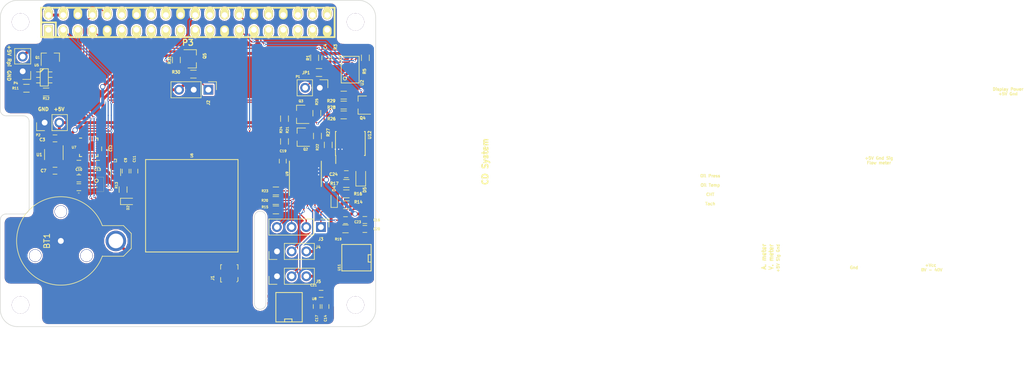
<source format=kicad_pcb>
(kicad_pcb (version 4) (host pcbnew 4.0.7-e1-6374~58~ubuntu16.04.1)
  (title_block (title "Raspberry Pi Hat Template") (date 2015-12-24) (rev 0.1) (company OpenFet) (comment 1 "Author: Julien") (comment 2 "License: CERN OHL V1.2"))
  (layers (0 F.Cu signal) (31 B.Cu signal) (34 B.Paste user) (35 F.Paste user) (36 B.SilkS user) (37 F.SilkS user) (38 B.Mask user) (39 F.Mask user) (44 Edge.Cuts user))
  (net 0 "")
  (net 1 GND)
  (net 2 "/Back Power Protection/5V_MCU")
  (net 3 "Net-(JP1-Pad1)")
  (net 4 "Net-(P3-Pad27)")
  (net 5 "Net-(P3-Pad28)")
  (net 6 "Net-(Q1-Pad1)")
  (net 7 "Net-(R11-Pad1)")
  (net 8 "Net-(D2-Pad1)")
  (net 9 "Net-(D2-Pad2)")
  (net 10 "Net-(J1-Pad1)")
  (net 11 /TXD)
  (net 12 /RXD)
  (net 13 /VBACKUP)
  (net 14 /+3.3V)
  (net 15 /+5V)
  (net 16 "Net-(C11-Pad1)")
  (net 17 "Net-(C13-Pad2)")
  (net 18 "Net-(J2-Pad1)")
  (net 19 /Fuel_Flow)
  (net 20 /I2C_SDA)
  (net 21 /I2C_SCLK)
  (net 22 /ASI)
  (net 23 /MAP)
  (net 24 "Net-(C24-Pad1)")
  (net 25 "Net-(D4-Pad1)")
  (net 26 "Net-(D5-Pad1)")
  (net 27 /Tachometer)
  (net 28 /OilPressure)
  (net 29 /OilTemp)
  (net 30 /CHT)
  (net 31 /CurrentMeter)
  (net 32 /VoltageMeter)
  (net 33 /Tach)
  (net 34 "Net-(Q2-Pad3)")
  (net 35 "Net-(Q3-Pad3)")
  (net 36 "Net-(Q4-Pad3)")
  (net 37 "Net-(R26-Pad1)")
  (net 38 "Net-(U12-Pad1)")
  (net 39 /+5VRpi)
  (net 40 /1PPS)
  (module Resistors_SMD:R_0603 (layer F.Cu) (at 152.64 104.08)
    (fp_text reference R23 (at -1.9 0) (layer F.SilkS) (effects (font (size 0.4 0.4) (thickness 0.1))))
    (fp_text value 220)
    (pad 1 smd rect (at -0.75 0) (size 0.5 0.9) (layers F.Cu F.Paste F.Mask) (net 15 /+5V))
    (pad 2 smd rect (at 0.75 0) (size 0.5 0.9) (layers F.Cu F.Paste F.Mask) (net 28 /OilPressure))
  )
  (module Resistors_SMD:R_0603 (layer F.Cu) (at 152.62 105.73 180)
    (fp_text reference R20 (at 1.9 0 180) (layer F.SilkS) (effects (font (size 0.4 0.4) (thickness 0.1))))
    (fp_text value 220)
    (pad 1 smd rect (at -0.75 0 180) (size 0.5 0.9) (layers F.Cu F.Paste F.Mask) (net 29 /OilTemp))
    (pad 2 smd rect (at 0.75 0 180) (size 0.5 0.9) (layers F.Cu F.Paste F.Mask) (net 15 /+5V))
  )
  (module TO_SOT_Packages_SMD:SOT-23-5 (layer F.Cu) (at 114.194052 97.775786 270)
    (fp_text reference U1 (at 0.024214 2.519052 360) (layer F.SilkS) (effects (font (size 0.5 0.5) (thickness 0.125))))
    (fp_text value MIC5219-3.3BM5)
    (pad 1 smd rect (at -1.1 -0.95 270) (size 1.06 0.65) (layers F.Cu F.Paste F.Mask) (net 15 /+5V))
    (pad 2 smd rect (at -1.1 0 270) (size 1.06 0.65) (layers F.Cu F.Paste F.Mask) (net 1 GND))
    (pad 3 smd rect (at -1.1 0.95 270) (size 1.06 0.65) (layers F.Cu F.Paste F.Mask) (net 15 /+5V))
    (pad 4 smd rect (at 1.1 0.95 270) (size 1.06 0.65) (layers F.Cu F.Paste F.Mask))
    (pad 5 smd rect (at 1.1 -0.95 270) (size 1.06 0.65) (layers F.Cu F.Paste F.Mask) (net 14 /+3.3V))
  )
  (module aeroPi:PA6H (layer F.Cu) (at 138.08 106.645)
    (fp_text reference U6 (at 0 -8.7 90) (layer F.SilkS) (effects (font (size 0.4 0.4) (thickness 0.1))))
    (fp_text value FGPMMOPA6H)
    (pad 20 smd rect (at 8 -6.75) (size 2 1) (layers F.Cu F.Paste F.Mask))
    (pad 1 smd rect (at -8 -6.75) (size 2 1) (layers F.Cu F.Paste F.Mask) (net 16 "Net-(C11-Pad1)"))
    (pad 19 smd rect (at 8 -5.25) (size 2 1) (layers F.Cu F.Paste F.Mask) (net 1 GND))
    (pad 2 smd rect (at -8 -5.25) (size 2 1) (layers F.Cu F.Paste F.Mask))
    (pad 18 smd rect (at 8 -3.75) (size 2 1) (layers F.Cu F.Paste F.Mask))
    (pad 3 smd rect (at -8 -3.75) (size 2 1) (layers F.Cu F.Paste F.Mask) (net 1 GND))
    (pad 17 smd rect (at 8 -2.25) (size 2 1) (layers F.Cu F.Paste F.Mask))
    (pad 4 smd rect (at -8 -2.25) (size 2 1) (layers F.Cu F.Paste F.Mask) (net 13 /VBACKUP))
    (pad 16 smd rect (at 8 -0.75) (size 2 1) (layers F.Cu F.Paste F.Mask))
    (pad 5 smd rect (at -8 -0.75) (size 2 1) (layers F.Cu F.Paste F.Mask) (net 9 "Net-(D2-Pad2)"))
    (pad 15 smd rect (at 8 0.75) (size 2 1) (layers F.Cu F.Paste F.Mask))
    (pad 6 smd rect (at -8 0.75) (size 2 1) (layers F.Cu F.Paste F.Mask))
    (pad 14 smd rect (at 8 2.25) (size 2 1) (layers F.Cu F.Paste F.Mask))
    (pad 7 smd rect (at -8 2.25) (size 2 1) (layers F.Cu F.Paste F.Mask))
    (pad 13 smd rect (at 8 3.75) (size 2 1) (layers F.Cu F.Paste F.Mask) (net 40 /1PPS))
    (pad 8 smd rect (at -8 3.75) (size 2 1) (layers F.Cu F.Paste F.Mask) (net 1 GND))
    (pad 12 smd rect (at 8 5.25) (size 2 1) (layers F.Cu F.Paste F.Mask) (net 1 GND))
    (pad 9 smd rect (at -8 5.25) (size 2 1) (layers F.Cu F.Paste F.Mask) (net 12 /RXD))
    (pad 11 smd rect (at 8 6.75) (size 2 1) (layers F.Cu F.Paste F.Mask) (net 10 "Net-(J1-Pad1)"))
    (pad 10 smd rect (at -8 6.75) (size 2 1) (layers F.Cu F.Paste F.Mask) (net 11 /TXD))
  )
  (module Mounting_Holes:MountingHole_3mm (layer F.Cu) (at 166.42 74.82)
    (fp_text reference M2 hide)
    (fp_text value MountingHole_3mm hide)
    (pad 1 thru_hole circle (at 0 0) (size 2.99974 2.99974) (drill 2.99974) (layers))
  )
  (module Mounting_Holes:MountingHole_3mm (layer F.Cu) (at 166.42 123.82)
    (fp_text reference M3 hide)
    (fp_text value MountingHole_3mm hide)
    (pad 1 thru_hole circle (at 0 0) (size 2.99974 2.99974) (drill 2.99974) (layers))
  )
  (module Mounting_Holes:MountingHole_3mm (layer F.Cu) (at 108.42 123.82)
    (fp_text reference M0 hide)
    (fp_text value MountingHole_3mm hide)
    (pad 1 thru_hole circle (at 0 0) (size 2.99974 2.99974) (drill 2.99974) (layers))
  )
  (module Mounting_Holes:MountingHole_3mm (layer F.Cu) (at 108.42 74.82)
    (fp_text reference M1 hide)
    (fp_text value MountingHole_3mm hide)
    (pad 1 thru_hole circle (at 0 0) (size 2.99974 2.99974) (drill 2.99974) (layers))
  )
  (module w_smd_dil:tssop-8 (layer F.Cu) (at 165.5 83.075)
    (fp_text reference U2 (at 2.056 2.266 90) (layer F.SilkS) (effects (font (size 0.5 0.5) (thickness 0.125))))
    (fp_text value CAT24C32HU4I-GT3 hide)
    (pad 2 smd rect (at -0.32258 2.79908) (size 0.4191 1.47066) (layers F.Cu F.Paste F.Mask) (net 1 GND))
    (pad 3 smd rect (at 0.32258 2.79908) (size 0.4191 1.47066) (layers F.Cu F.Paste F.Mask) (net 1 GND))
    (pad 4 smd rect (at 0.97536 2.79908) (size 0.4191 1.47066) (layers F.Cu F.Paste F.Mask) (net 1 GND))
    (pad 1 smd rect (at -0.97536 2.79908) (size 0.4191 1.47066) (layers F.Cu F.Paste F.Mask) (net 1 GND))
    (pad 5 smd rect (at 0.97536 -2.79908) (size 0.4191 1.47066) (layers F.Cu F.Paste F.Mask) (net 4 "Net-(P3-Pad27)"))
    (pad 6 smd rect (at 0.32258 -2.79908) (size 0.4191 1.47066) (layers F.Cu F.Paste F.Mask) (net 5 "Net-(P3-Pad28)"))
    (pad 7 smd rect (at -0.32258 -2.79908) (size 0.4191 1.47066) (layers F.Cu F.Paste F.Mask) (net 3 "Net-(JP1-Pad1)"))
    (pad 8 smd rect (at -0.97536 -2.79908) (size 0.4191 1.47066) (layers F.Cu F.Paste F.Mask) (net 14 /+3.3V))
  )
  (module w_smd_trans:sot23-6 (layer F.Cu) (at 112.53238 84.41698 270)
    (fp_text reference U5 (at -2.11698 1.33238 360) (layer F.SilkS) (effects (font (size 0.4 0.4) (thickness 0.1))))
    (fp_text value DMMT5401 hide)
    (pad 1 smd rect (at -0.9525 1.05664 270) (size 0.59944 1.00076) (layers F.Cu F.Paste F.Mask) (net 7 "Net-(R11-Pad1)"))
    (pad 3 smd rect (at 0.9525 1.05664 270) (size 0.59944 1.00076) (layers F.Cu F.Paste F.Mask) (net 7 "Net-(R11-Pad1)"))
    (pad 2 smd rect (at 0 1.05664 270) (size 0.59944 1.00076) (layers F.Cu F.Paste F.Mask) (net 7 "Net-(R11-Pad1)"))
    (pad 4 smd rect (at 0.9525 -1.05664 270) (size 0.59944 1.00076) (layers F.Cu F.Paste F.Mask) (net 6 "Net-(Q1-Pad1)"))
    (pad 6 smd rect (at -0.9525 -1.05664 270) (size 0.59944 1.00076) (layers F.Cu F.Paste F.Mask) (net 39 /+5VRpi))
    (pad 5 smd rect (at 0 -1.05664 270) (size 0.59944 1.00076) (layers F.Cu F.Paste F.Mask) (net 2 "/Back Power Protection/5V_MCU"))
  )
  (module Connectors_Molex:Molex_Microcoaxial_RF (layer F.Cu) (at 144.575 118.35 90)
    (fp_text reference J1 (at -0.8 -2.9 90) (layer F.SilkS) (effects (font (size 0.5 0.5) (thickness 0.125))))
    (fp_text value CONN_COAXIAL)
    (pad 2 smd rect (at -1.475 0 90) (size 1.05 2.2) (layers F.Cu F.Paste F.Mask) (net 1 GND))
    (pad 2 smd rect (at 1.475 0 90) (size 1.05 2.2) (layers F.Cu F.Paste F.Mask) (net 1 GND))
    (pad 2 smd rect (at 0 -1.5 90) (size 1 1) (layers F.Cu F.Paste F.Mask) (net 1 GND))
    (pad 1 smd rect (at 0 1.5 90) (size 1 1) (layers F.Cu F.Paste F.Mask) (net 10 "Net-(J1-Pad1)"))
  )
  (module Housings_DFN_QFN:QFN-24_3x3mm_Pitch0.4mm (layer F.Cu) (at 120.225 96.529)
    (fp_text reference U7 (at -2.55 0) (layer F.SilkS) (effects (font (size 0.4 0.4) (thickness 0.1))))
    (fp_text value MPU-9250)
    (pad 1 smd rect (at -1.5 -1) (size 0.55 0.2) (layers F.Cu F.Paste F.Mask) (net 14 /+3.3V))
    (pad 2 smd rect (at -1.5 -0.6) (size 0.55 0.2) (layers F.Cu F.Paste F.Mask))
    (pad 3 smd rect (at -1.5 -0.2) (size 0.55 0.2) (layers F.Cu F.Paste F.Mask))
    (pad 4 smd rect (at -1.5 0.2) (size 0.55 0.2) (layers F.Cu F.Paste F.Mask))
    (pad 5 smd rect (at -1.5 0.6) (size 0.55 0.2) (layers F.Cu F.Paste F.Mask))
    (pad 6 smd rect (at -1.5 1) (size 0.55 0.2) (layers F.Cu F.Paste F.Mask))
    (pad 7 smd rect (at -1 1.5 90) (size 0.55 0.2) (layers F.Cu F.Paste F.Mask))
    (pad 8 smd rect (at -0.6 1.5 90) (size 0.55 0.2) (layers F.Cu F.Paste F.Mask) (net 14 /+3.3V))
    (pad 9 smd rect (at -0.2 1.5 90) (size 0.55 0.2) (layers F.Cu F.Paste F.Mask) (net 1 GND))
    (pad 10 smd rect (at 0.2 1.5 90) (size 0.55 0.2) (layers F.Cu F.Paste F.Mask) (net 17 "Net-(C13-Pad2)"))
    (pad 11 smd rect (at 0.6 1.5 90) (size 0.55 0.2) (layers F.Cu F.Paste F.Mask))
    (pad 12 smd rect (at 1 1.5 90) (size 0.55 0.2) (layers F.Cu F.Paste F.Mask))
    (pad 13 smd rect (at 1.5 1) (size 0.55 0.2) (layers F.Cu F.Paste F.Mask) (net 14 /+3.3V))
    (pad 14 smd rect (at 1.5 0.6) (size 0.55 0.2) (layers F.Cu F.Paste F.Mask))
    (pad 15 smd rect (at 1.5 0.2) (size 0.55 0.2) (layers F.Cu F.Paste F.Mask))
    (pad 16 smd rect (at 1.5 -0.2) (size 0.55 0.2) (layers F.Cu F.Paste F.Mask))
    (pad 17 smd rect (at 1.5 -0.6) (size 0.55 0.2) (layers F.Cu F.Paste F.Mask))
    (pad 18 smd rect (at 1.5 -1) (size 0.55 0.2) (layers F.Cu F.Paste F.Mask) (net 1 GND))
    (pad 19 smd rect (at 1 -1.5 90) (size 0.55 0.2) (layers F.Cu F.Paste F.Mask))
    (pad 20 smd rect (at 0.6 -1.5 90) (size 0.55 0.2) (layers F.Cu F.Paste F.Mask) (net 1 GND))
    (pad 21 smd rect (at 0.2 -1.5 90) (size 0.55 0.2) (layers F.Cu F.Paste F.Mask))
    (pad 22 smd rect (at -0.2 -1.5 90) (size 0.55 0.2) (layers F.Cu F.Paste F.Mask) (net 14 /+3.3V))
    (pad 23 smd rect (at -0.6 -1.5 90) (size 0.55 0.2) (layers F.Cu F.Paste F.Mask) (net 21 /I2C_SCLK))
    (pad 24 smd rect (at -1 -1.5 90) (size 0.55 0.2) (layers F.Cu F.Paste F.Mask) (net 20 /I2C_SDA))
  )
  (module Resistors_SMD:R_0603 (layer F.Cu) (at 160.1 83.575)
    (fp_text reference JP1 (at -2.242 0.038) (layer F.SilkS) (effects (font (size 0.5 0.5) (thickness 0.125))))
    (fp_text value JUMPER)
    (pad 1 smd rect (at -0.75 0) (size 0.5 0.9) (layers F.Cu F.Paste F.Mask) (net 3 "Net-(JP1-Pad1)"))
    (pad 2 smd rect (at 0.75 0) (size 0.5 0.9) (layers F.Cu F.Paste F.Mask) (net 1 GND))
  )
  (module Resistors_SMD:R_0805 (layer F.Cu) (at 124.88 100.845 90)
    (fp_text reference L2 (at 2.05 0 90) (layer F.SilkS) (effects (font (size 0.4 0.4) (thickness 0.1))))
    (fp_text value Ferrite)
    (pad 1 smd rect (at -0.95 0 90) (size 0.7 1.3) (layers F.Cu F.Paste F.Mask) (net 14 /+3.3V))
    (pad 2 smd rect (at 0.95 0 90) (size 0.7 1.3) (layers F.Cu F.Paste F.Mask) (net 16 "Net-(C11-Pad1)"))
  )
  (module Capacitors_SMD:C_0603 (layer F.Cu) (at 161.195 81.027 270)
    (fp_text reference C4 (at -1.93 0 270) (layer F.SilkS) (effects (font (size 0.5 0.5) (thickness 0.125))))
    (fp_text value 0.1uf)
    (pad 1 smd rect (at -0.75 0 270) (size 0.8 0.75) (layers F.Cu F.Paste F.Mask) (net 14 /+3.3V))
    (pad 2 smd rect (at 0.75 0 270) (size 0.8 0.75) (layers F.Cu F.Paste F.Mask) (net 1 GND))
  )
  (module Capacitors_SMD:C_0603 (layer F.Cu) (at 126.63 100.645 270)
    (fp_text reference C9 (at -1.9 0 270) (layer F.SilkS) (effects (font (size 0.4 0.4) (thickness 0.1))))
    (fp_text value 10u)
    (pad 1 smd rect (at -0.75 0 270) (size 0.8 0.75) (layers F.Cu F.Paste F.Mask) (net 16 "Net-(C11-Pad1)"))
    (pad 2 smd rect (at 0.75 0 270) (size 0.8 0.75) (layers F.Cu F.Paste F.Mask) (net 1 GND))
  )
  (module Capacitors_SMD:C_0603 (layer F.Cu) (at 118.525 99.375 180)
    (fp_text reference C10 (at 0 -1 180) (layer F.SilkS) (effects (font (size 0.4 0.4) (thickness 0.1))))
    (fp_text value 10n)
    (pad 1 smd rect (at -0.75 0 180) (size 0.8 0.75) (layers F.Cu F.Paste F.Mask) (net 14 /+3.3V))
    (pad 2 smd rect (at 0.75 0 180) (size 0.8 0.75) (layers F.Cu F.Paste F.Mask) (net 1 GND))
  )
  (module Capacitors_SMD:C_0603 (layer F.Cu) (at 128.13 100.645 270)
    (fp_text reference C11 (at -2.1 0 270) (layer F.SilkS) (effects (font (size 0.4 0.4) (thickness 0.1))))
    (fp_text value 0.1u)
    (pad 1 smd rect (at -0.75 0 270) (size 0.8 0.75) (layers F.Cu F.Paste F.Mask) (net 16 "Net-(C11-Pad1)"))
    (pad 2 smd rect (at 0.75 0 270) (size 0.8 0.75) (layers F.Cu F.Paste F.Mask) (net 1 GND))
  )
  (module Capacitors_SMD:C_0603 (layer F.Cu) (at 123.075 96.779 90)
    (fp_text reference C12 (at 0.094 0.98 270) (layer F.SilkS) (effects (font (size 0.4 0.4) (thickness 0.1))))
    (fp_text value 0.1u)
    (pad 1 smd rect (at -0.75 0 90) (size 0.8 0.75) (layers F.Cu F.Paste F.Mask) (net 14 /+3.3V))
    (pad 2 smd rect (at 0.75 0 90) (size 0.8 0.75) (layers F.Cu F.Paste F.Mask) (net 1 GND))
  )
  (module Capacitors_SMD:C_0603 (layer F.Cu) (at 121.769 99.379 180)
    (fp_text reference C13 (at 0 -1 180) (layer F.SilkS) (effects (font (size 0.4 0.4) (thickness 0.1))))
    (fp_text value 0.1u)
    (pad 1 smd rect (at -0.75 0 180) (size 0.8 0.75) (layers F.Cu F.Paste F.Mask) (net 1 GND))
    (pad 2 smd rect (at 0.75 0 180) (size 0.8 0.75) (layers F.Cu F.Paste F.Mask) (net 17 "Net-(C13-Pad2)"))
  )
  (module Capacitors_SMD:C_0603 (layer F.Cu) (at 161.212 124.089 90)
    (fp_text reference C14 (at -2.05 0 90) (layer F.SilkS) (effects (font (size 0.4 0.4) (thickness 0.1))))
    (fp_text value 1u)
    (pad 1 smd rect (at -0.75 0 90) (size 0.8 0.75) (layers F.Cu F.Paste F.Mask) (net 15 /+5V))
    (pad 2 smd rect (at 0.75 0 90) (size 0.8 0.75) (layers F.Cu F.Paste F.Mask) (net 1 GND))
  )
  (module Diodes_SMD:D_0603 (layer F.Cu) (at 127.03 105.895)
    (fp_text reference D2 (at 0 1.1 90) (layer F.SilkS) (effects (font (size 0.4 0.4) (thickness 0.1))))
    (fp_text value "3D FIX")
    (pad 1 smd rect (at -0.85 0) (size 0.6 0.8) (layers F.Cu F.Paste F.Mask) (net 8 "Net-(D2-Pad1)"))
    (pad 2 smd rect (at 0.85 0) (size 0.6 0.8) (layers F.Cu F.Paste F.Mask) (net 9 "Net-(D2-Pad2)"))
  )
  (module Resistors_SMD:R_0603 (layer F.Cu) (at 159.35 81.025 270)
    (fp_text reference R1 (at 0 1.142 270) (layer F.SilkS) (effects (font (size 0.5 0.5) (thickness 0.125))))
    (fp_text value 1k)
    (pad 1 smd rect (at -0.75 0 270) (size 0.5 0.9) (layers F.Cu F.Paste F.Mask) (net 14 /+3.3V))
    (pad 2 smd rect (at 0.75 0 270) (size 0.5 0.9) (layers F.Cu F.Paste F.Mask) (net 3 "Net-(JP1-Pad1)"))
  )
  (module Resistors_SMD:R_0603 (layer F.Cu) (at 162.95 81.025 270)
    (fp_text reference R3 (at -1.877 -0.005 270) (layer F.SilkS) (effects (font (size 0.5 0.5) (thickness 0.125))))
    (fp_text value 3.9k)
    (pad 1 smd rect (at -0.75 0 270) (size 0.5 0.9) (layers F.Cu F.Paste F.Mask) (net 14 /+3.3V))
    (pad 2 smd rect (at 0.75 0 270) (size 0.5 0.9) (layers F.Cu F.Paste F.Mask) (net 5 "Net-(P3-Pad28)"))
  )
  (module Resistors_SMD:R_0603 (layer F.Cu) (at 168.125 81.025 90)
    (fp_text reference R5 (at -2.35 -0.15 90) (layer F.SilkS) (effects (font (size 0.5 0.5) (thickness 0.125))))
    (fp_text value 3.9k)
    (pad 1 smd rect (at -0.75 0 90) (size 0.5 0.9) (layers F.Cu F.Paste F.Mask) (net 14 /+3.3V))
    (pad 2 smd rect (at 0.75 0 90) (size 0.5 0.9) (layers F.Cu F.Paste F.Mask) (net 4 "Net-(P3-Pad27)"))
  )
  (module Resistors_SMD:R_0603 (layer F.Cu) (at 109.45 86.3 180)
    (fp_text reference R11 (at 1.9 0 180) (layer F.SilkS) (effects (font (size 0.4 0.4) (thickness 0.1))))
    (fp_text value 10k)
    (pad 1 smd rect (at -0.75 0 180) (size 0.5 0.9) (layers F.Cu F.Paste F.Mask) (net 7 "Net-(R11-Pad1)"))
    (pad 2 smd rect (at 0.75 0 180) (size 0.5 0.9) (layers F.Cu F.Paste F.Mask) (net 1 GND))
  )
  (module Resistors_SMD:R_0603 (layer F.Cu) (at 112.85 86.95 180)
    (fp_text reference R12 (at 0 -1.125 180) (layer F.SilkS) (effects (font (size 0.4 0.4) (thickness 0.1))))
    (fp_text value 47k)
    (pad 1 smd rect (at -0.75 0 180) (size 0.5 0.9) (layers F.Cu F.Paste F.Mask) (net 6 "Net-(Q1-Pad1)"))
    (pad 2 smd rect (at 0.75 0 180) (size 0.5 0.9) (layers F.Cu F.Paste F.Mask) (net 1 GND))
  )
  (module Resistors_SMD:R_0603 (layer F.Cu) (at 126.18 103.845 90)
    (fp_text reference R13 (at 0.75 -1.15 90) (layer F.SilkS) (effects (font (size 0.4 0.4) (thickness 0.1))))
    (fp_text value 470)
    (pad 1 smd rect (at -0.75 0 90) (size 0.5 0.9) (layers F.Cu F.Paste F.Mask) (net 8 "Net-(D2-Pad1)"))
    (pad 2 smd rect (at 0.75 0 90) (size 0.5 0.9) (layers F.Cu F.Paste F.Mask) (net 14 /+3.3V))
  )
  (module Resistors_SMD:R_0603 (layer F.Cu) (at 164.829854 106.47893)
    (fp_text reference R14 (at 2.081146 -0.48493) (layer F.SilkS) (effects (font (size 0.5 0.5) (thickness 0.125))))
    (fp_text value 10k)
    (pad 1 smd rect (at -0.75 0) (size 0.5 0.9) (layers F.Cu F.Paste F.Mask) (net 25 "Net-(D4-Pad1)"))
    (pad 2 smd rect (at 0.75 0) (size 0.5 0.9) (layers F.Cu F.Paste F.Mask) (net 27 /Tachometer))
  )
  (module Resistors_SMD:R_0603 (layer F.Cu) (at 152.64 107.36 180)
    (fp_text reference R15 (at 1.9 0.5 180) (layer F.SilkS) (effects (font (size 0.4 0.4) (thickness 0.1))))
    (fp_text value 220)
    (pad 1 smd rect (at -0.75 0 180) (size 0.5 0.9) (layers F.Cu F.Paste F.Mask) (net 30 /CHT))
    (pad 2 smd rect (at 0.75 0 180) (size 0.5 0.9) (layers F.Cu F.Paste F.Mask) (net 15 /+5V))
  )
  (module Capacitors_SMD:C_0603 (layer F.Cu) (at 168.04 110.659 180)
    (fp_text reference C20 (at -2.05 0 180) (layer F.SilkS) (effects (font (size 0.4 0.4) (thickness 0.1))))
    (fp_text value 0.01u)
    (pad 1 smd rect (at -0.75 0 180) (size 0.8 0.75) (layers F.Cu F.Paste F.Mask) (net 15 /+5V))
    (pad 2 smd rect (at 0.75 0 180) (size 0.8 0.75) (layers F.Cu F.Paste F.Mask) (net 1 GND))
  )
  (module Capacitors_SMD:C_0603 (layer F.Cu) (at 160.462 121.889)
    (fp_text reference C21 (at -1.3 -1.5) (layer F.SilkS) (effects (font (size 0.4 0.4) (thickness 0.1))))
    (fp_text value 470p)
    (pad 1 smd rect (at -0.75 0) (size 0.8 0.75) (layers F.Cu F.Paste F.Mask) (net 22 /ASI))
    (pad 2 smd rect (at 0.75 0) (size 0.8 0.75) (layers F.Cu F.Paste F.Mask) (net 1 GND))
  )
  (module Capacitors_SMD:C_0603 (layer F.Cu) (at 164.689 109.14)
    (fp_text reference C23 (at 2.1 0.31) (layer F.SilkS) (effects (font (size 0.4 0.4) (thickness 0.1))))
    (fp_text value 47p)
    (pad 1 smd rect (at -0.75 0) (size 0.8 0.75) (layers F.Cu F.Paste F.Mask) (net 23 /MAP))
    (pad 2 smd rect (at 0.75 0) (size 0.8 0.75) (layers F.Cu F.Paste F.Mask) (net 1 GND))
  )
  (module Capacitors_SMD:C_0603 (layer F.Cu) (at 164.829854 101.17893)
    (fp_text reference C24 (at -2.218854 0.01507) (layer F.SilkS) (effects (font (size 0.5 0.5) (thickness 0.125))))
    (fp_text value 22n)
    (pad 1 smd rect (at -0.75 0) (size 0.8 0.75) (layers F.Cu F.Paste F.Mask) (net 24 "Net-(C24-Pad1)"))
    (pad 2 smd rect (at 0.75 0) (size 0.8 0.75) (layers F.Cu F.Paste F.Mask) (net 1 GND))
  )
  (module TO_SOT_Packages_SMD:SOT-23 (layer F.Cu) (at 157.077 94.766 180)
    (fp_text reference Q2 (at -0.7 -2.1 180) (layer F.SilkS) (effects (font (size 0.4 0.4) (thickness 0.1))))
    (fp_text value BSS138)
    (pad 1 smd rect (at -1 -0.95 180) (size 0.9 0.8) (layers F.Cu F.Paste F.Mask) (net 14 /+3.3V))
    (pad 2 smd rect (at -1 0.95 180) (size 0.9 0.8) (layers F.Cu F.Paste F.Mask) (net 20 /I2C_SDA))
    (pad 3 smd rect (at 1 0 180) (size 0.9 0.8) (layers F.Cu F.Paste F.Mask) (net 34 "Net-(Q2-Pad3)"))
  )
  (module TO_SOT_Packages_SMD:SOT-23 (layer F.Cu) (at 113.58238 80.96698 90)
    (fp_text reference Q1 (at 0 -2.2 180) (layer F.SilkS) (effects (font (size 0.4 0.4) (thickness 0.1))))
    (fp_text value BSS138)
    (pad 1 smd rect (at -1 -0.95 90) (size 0.9 0.8) (layers F.Cu F.Paste F.Mask) (net 6 "Net-(Q1-Pad1)"))
    (pad 2 smd rect (at -1 0.95 90) (size 0.9 0.8) (layers F.Cu F.Paste F.Mask) (net 2 "/Back Power Protection/5V_MCU"))
    (pad 3 smd rect (at 1 0 90) (size 0.9 0.8) (layers F.Cu F.Paste F.Mask) (net 39 /+5VRpi))
  )
  (module Resistors_SMD:R_0603 (layer F.Cu) (at 164.829854 104.57893 180)
    (fp_text reference R16 (at -2.031146 0 180) (layer F.SilkS) (effects (font (size 0.5 0.5) (thickness 0.125))))
    (fp_text value 100k)
    (pad 1 smd rect (at -0.75 0 180) (size 0.5 0.9) (layers F.Cu F.Paste F.Mask) (net 26 "Net-(D5-Pad1)"))
    (pad 2 smd rect (at 0.75 0 180) (size 0.5 0.9) (layers F.Cu F.Paste F.Mask) (net 25 "Net-(D4-Pad1)"))
  )
  (module Resistors_SMD:R_0603 (layer F.Cu) (at 164.829854 102.77893)
    (fp_text reference R17 (at -2.068854 0.01507) (layer F.SilkS) (effects (font (size 0.5 0.5) (thickness 0.125))))
    (fp_text value 47k)
    (pad 1 smd rect (at -0.75 0) (size 0.5 0.9) (layers F.Cu F.Paste F.Mask) (net 24 "Net-(C24-Pad1)"))
    (pad 2 smd rect (at 0.75 0) (size 0.5 0.9) (layers F.Cu F.Paste F.Mask) (net 26 "Net-(D5-Pad1)"))
  )
  (module Resistors_SMD:R_0603 (layer F.Cu) (at 164.689 110.64)
    (fp_text reference R19 (at -1.259 1.8) (layer F.SilkS) (effects (font (size 0.4 0.4) (thickness 0.1))))
    (fp_text value 51k)
    (pad 1 smd rect (at -0.75 0) (size 0.5 0.9) (layers F.Cu F.Paste F.Mask) (net 23 /MAP))
    (pad 2 smd rect (at 0.75 0) (size 0.5 0.9) (layers F.Cu F.Paste F.Mask) (net 1 GND))
  )
  (module Resistors_SMD:R_0603 (layer F.Cu) (at 154.127 95.516 90)
    (fp_text reference R21 (at 2 0.5 90) (layer F.SilkS) (effects (font (size 0.4 0.4) (thickness 0.1))))
    (fp_text value 10k)
    (pad 1 smd rect (at -0.75 0 90) (size 0.5 0.9) (layers F.Cu F.Paste F.Mask) (net 15 /+5V))
    (pad 2 smd rect (at 0.75 0 90) (size 0.5 0.9) (layers F.Cu F.Paste F.Mask) (net 34 "Net-(Q2-Pad3)"))
  )
  (module Resistors_SMD:R_0603 (layer F.Cu) (at 159.827 94.566 90)
    (fp_text reference R22 (at -1.95 0 90) (layer F.SilkS) (effects (font (size 0.4 0.4) (thickness 0.1))))
    (fp_text value 10k)
    (pad 1 smd rect (at -0.75 0 90) (size 0.5 0.9) (layers F.Cu F.Paste F.Mask) (net 14 /+3.3V))
    (pad 2 smd rect (at 0.75 0 90) (size 0.5 0.9) (layers F.Cu F.Paste F.Mask) (net 20 /I2C_SDA))
  )
  (module Capacitors_SMD:C_0603 (layer F.Cu) (at 168.04 109.11 180)
    (fp_text reference C16 (at -2.05 0 180) (layer F.SilkS) (effects (font (size 0.4 0.4) (thickness 0.1))))
    (fp_text value 1u)
    (pad 1 smd rect (at -0.75 0 180) (size 0.8 0.75) (layers F.Cu F.Paste F.Mask) (net 15 /+5V))
    (pad 2 smd rect (at 0.75 0 180) (size 0.8 0.75) (layers F.Cu F.Paste F.Mask) (net 1 GND))
  )
  (module Capacitors_SMD:C_0603 (layer F.Cu) (at 159.712 124.089 90)
    (fp_text reference C17 (at -2.05 0 90) (layer F.SilkS) (effects (font (size 0.4 0.4) (thickness 0.1))))
    (fp_text value 0.01u)
    (pad 1 smd rect (at -0.75 0 90) (size 0.8 0.75) (layers F.Cu F.Paste F.Mask) (net 15 /+5V))
    (pad 2 smd rect (at 0.75 0 90) (size 0.8 0.75) (layers F.Cu F.Paste F.Mask) (net 1 GND))
  )
  (module Capacitors_SMD:C_0603 (layer F.Cu) (at 153.827 98.916 270)
    (fp_text reference C19 (at -1.75 -0.05 360) (layer F.SilkS) (effects (font (size 0.4 0.4) (thickness 0.1))))
    (fp_text value 0.1u)
    (pad 1 smd rect (at -0.75 0 270) (size 0.8 0.75) (layers F.Cu F.Paste F.Mask) (net 15 /+5V))
    (pad 2 smd rect (at 0.75 0 270) (size 0.8 0.75) (layers F.Cu F.Paste F.Mask) (net 1 GND))
  )
  (module Diodes_SMD:D_0603 (layer F.Cu) (at 162.729854 105.62893 90)
    (fp_text reference D4 (at 1.93493 -0.018854 90) (layer F.SilkS) (effects (font (size 0.5 0.5) (thickness 0.125))))
    (fp_text value Diode)
    (pad 1 smd rect (at -0.85 0 90) (size 0.6 0.8) (layers F.Cu F.Paste F.Mask) (net 25 "Net-(D4-Pad1)"))
    (pad 2 smd rect (at 0.85 0 90) (size 0.6 0.8) (layers F.Cu F.Paste F.Mask) (net 1 GND))
  )
  (module Diodes_SMD:D_SOD-323 (layer F.Cu) (at 167.329854 101.72893 90)
    (fp_text reference D5 (at -2.16507 0.681146 90) (layer F.SilkS) (effects (font (size 0.5 0.5) (thickness 0.125))))
    (fp_text value 5.6V)
    (pad 1 smd rect (at -1.05 0 90) (size 0.6 0.45) (layers F.Cu F.Paste F.Mask) (net 26 "Net-(D5-Pad1)"))
    (pad 2 smd rect (at 1.05 0 90) (size 0.6 0.45) (layers F.Cu F.Paste F.Mask) (net 1 GND))
  )
  (module TO_SOT_Packages_SMD:SOT-23 (layer F.Cu) (at 156.977 90.816 180)
    (fp_text reference Q3 (at 0 2.3 180) (layer F.SilkS) (effects (font (size 0.4 0.4) (thickness 0.1))))
    (fp_text value BSS138)
    (pad 1 smd rect (at -1 -0.95 180) (size 0.9 0.8) (layers F.Cu F.Paste F.Mask) (net 14 /+3.3V))
    (pad 2 smd rect (at -1 0.95 180) (size 0.9 0.8) (layers F.Cu F.Paste F.Mask) (net 21 /I2C_SCLK))
    (pad 3 smd rect (at 1 0 180) (size 0.9 0.8) (layers F.Cu F.Paste F.Mask) (net 35 "Net-(Q3-Pad3)"))
  )
  (module TO_SOT_Packages_SMD:SOT-23 (layer F.Cu) (at 167.62607 89.212854 180)
    (fp_text reference Q4 (at -0.03493 -2.231146 180) (layer F.SilkS) (effects (font (size 0.5 0.5) (thickness 0.125))))
    (fp_text value BSS138)
    (pad 1 smd rect (at -1 -0.95 180) (size 0.9 0.8) (layers F.Cu F.Paste F.Mask) (net 14 /+3.3V))
    (pad 2 smd rect (at -1 0.95 180) (size 0.9 0.8) (layers F.Cu F.Paste F.Mask) (net 33 /Tach))
    (pad 3 smd rect (at 1 0 180) (size 0.9 0.8) (layers F.Cu F.Paste F.Mask) (net 36 "Net-(Q4-Pad3)"))
  )
  (module TO_SOT_Packages_SMD:SOT-23 (layer F.Cu) (at 138.106 81.207)
    (fp_text reference Q5 (at 2.2 -0.5 90) (layer F.SilkS) (effects (font (size 0.5 0.5) (thickness 0.125))))
    (fp_text value BSS138)
    (pad 1 smd rect (at -1 -0.95) (size 0.9 0.8) (layers F.Cu F.Paste F.Mask) (net 14 /+3.3V))
    (pad 2 smd rect (at -1 0.95) (size 0.9 0.8) (layers F.Cu F.Paste F.Mask) (net 19 /Fuel_Flow))
    (pad 3 smd rect (at 1 0) (size 0.9 0.8) (layers F.Cu F.Paste F.Mask) (net 18 "Net-(J2-Pad1)"))
  )
  (module Resistors_SMD:R_0603 (layer F.Cu) (at 154.127 91.566 90)
    (fp_text reference R24 (at -1.95 -0.6 90) (layer F.SilkS) (effects (font (size 0.4 0.4) (thickness 0.1))))
    (fp_text value 10k)
    (pad 1 smd rect (at -0.75 0 90) (size 0.5 0.9) (layers F.Cu F.Paste F.Mask) (net 15 /+5V))
    (pad 2 smd rect (at 0.75 0 90) (size 0.5 0.9) (layers F.Cu F.Paste F.Mask) (net 35 "Net-(Q3-Pad3)"))
  )
  (module Resistors_SMD:R_0603 (layer F.Cu) (at 159.727 90.616 90)
    (fp_text reference R25 (at 1.95 0 90) (layer F.SilkS) (effects (font (size 0.4 0.4) (thickness 0.1))))
    (fp_text value 10k)
    (pad 1 smd rect (at -0.75 0 90) (size 0.5 0.9) (layers F.Cu F.Paste F.Mask) (net 14 /+3.3V))
    (pad 2 smd rect (at 0.75 0 90) (size 0.5 0.9) (layers F.Cu F.Paste F.Mask) (net 21 /I2C_SCLK))
  )
  (module Resistors_SMD:R_0603 (layer F.Cu) (at 164.37607 90.912854 180)
    (fp_text reference R26 (at 2.11507 -0.681146 180) (layer F.SilkS) (effects (font (size 0.5 0.5) (thickness 0.125))))
    (fp_text value 100k)
    (pad 1 smd rect (at -0.75 0 180) (size 0.5 0.9) (layers F.Cu F.Paste F.Mask) (net 37 "Net-(R26-Pad1)"))
    (pad 2 smd rect (at 0.75 0 180) (size 0.5 0.9) (layers F.Cu F.Paste F.Mask) (net 15 /+5V))
  )
  (module Resistors_SMD:R_0603 (layer F.Cu) (at 161.7 96.11 90)
    (fp_text reference R27 (at 2.15 0 90) (layer F.SilkS) (effects (font (size 0.5 0.5) (thickness 0.125))))
    (fp_text value 10k)
    (pad 1 smd rect (at -0.75 0 90) (size 0.5 0.9) (layers F.Cu F.Paste F.Mask) (net 1 GND))
    (pad 2 smd rect (at 0.75 0 90) (size 0.5 0.9) (layers F.Cu F.Paste F.Mask) (net 37 "Net-(R26-Pad1)"))
  )
  (module Resistors_SMD:R_0603 (layer F.Cu) (at 164.37607 89.212854)
    (fp_text reference R28 (at -2.13607 0.397146) (layer F.SilkS) (effects (font (size 0.5 0.5) (thickness 0.125))))
    (fp_text value 10k)
    (pad 1 smd rect (at -0.75 0) (size 0.5 0.9) (layers F.Cu F.Paste F.Mask) (net 15 /+5V))
    (pad 2 smd rect (at 0.75 0) (size 0.5 0.9) (layers F.Cu F.Paste F.Mask) (net 36 "Net-(Q4-Pad3)"))
  )
  (module Resistors_SMD:R_0603 (layer F.Cu) (at 164.38 87.49)
    (fp_text reference R29 (at -2.17 1) (layer F.SilkS) (effects (font (size 0.5 0.5) (thickness 0.125))))
    (fp_text value 10k)
    (pad 1 smd rect (at -0.75 0) (size 0.5 0.9) (layers F.Cu F.Paste F.Mask) (net 14 /+3.3V))
    (pad 2 smd rect (at 0.75 0) (size 0.5 0.9) (layers F.Cu F.Paste F.Mask) (net 33 /Tach))
  )
  (module Resistors_SMD:R_0603 (layer F.Cu) (at 138.356 83.857)
    (fp_text reference R30 (at -3 -0.35) (layer F.SilkS) (effects (font (size 0.5 0.5) (thickness 0.125))))
    (fp_text value 10k)
    (pad 1 smd rect (at -0.75 0) (size 0.5 0.9) (layers F.Cu F.Paste F.Mask) (net 15 /+5V))
    (pad 2 smd rect (at 0.75 0) (size 0.5 0.9) (layers F.Cu F.Paste F.Mask) (net 18 "Net-(J2-Pad1)"))
  )
  (module Resistors_SMD:R_0603 (layer F.Cu) (at 135.406 81.407 270)
    (fp_text reference R31 (at 0 1.2 270) (layer F.SilkS) (effects (font (size 0.5 0.5) (thickness 0.125))))
    (fp_text value 10k)
    (pad 1 smd rect (at -0.75 0 270) (size 0.5 0.9) (layers F.Cu F.Paste F.Mask) (net 14 /+3.3V))
    (pad 2 smd rect (at 0.75 0 270) (size 0.5 0.9) (layers F.Cu F.Paste F.Mask) (net 19 /Fuel_Flow))
  )
  (module SMD_Packages:SOIC-8-N (layer F.Cu) (at 154.914 124.208 90)
    (fp_text reference U8 (at 1.45 4.375 180) (layer F.SilkS) (effects (font (size 0.4 0.4) (thickness 0.1))))
    (fp_text value Airspeed)
    (pad 8 smd rect (at -1.905 -3.175 90) (size 0.508 1.143) (layers F.Cu F.Paste F.Mask))
    (pad 7 smd rect (at -0.635 -3.175 90) (size 0.508 1.143) (layers F.Cu F.Paste F.Mask))
    (pad 6 smd rect (at 0.635 -3.175 90) (size 0.508 1.143) (layers F.Cu F.Paste F.Mask))
    (pad 5 smd rect (at 1.905 -3.175 90) (size 0.508 1.143) (layers F.Cu F.Paste F.Mask))
    (pad 4 smd rect (at 1.905 3.175 90) (size 0.508 1.143) (layers F.Cu F.Paste F.Mask) (net 22 /ASI))
    (pad 3 smd rect (at 0.635 3.175 90) (size 0.508 1.143) (layers F.Cu F.Paste F.Mask) (net 1 GND))
    (pad 2 smd rect (at -0.635 3.175 90) (size 0.508 1.143) (layers F.Cu F.Paste F.Mask) (net 15 /+5V))
    (pad 1 smd rect (at -1.905 3.175 90) (size 0.508 1.143) (layers F.Cu F.Paste F.Mask))
  )
  (module Housings_SSOP:TSSOP-16_4.4x5mm_Pitch0.65mm (layer F.Cu) (at 157.777 101.116 90)
    (fp_text reference U9 (at 0 -3.2 90) (layer F.SilkS) (effects (font (size 0.4 0.4) (thickness 0.1))))
    (fp_text value ADS7828)
    (pad 1 smd rect (at -2.95 -2.275 90) (size 1.5 0.45) (layers F.Cu F.Paste F.Mask) (net 28 /OilPressure))
    (pad 2 smd rect (at -2.95 -1.625 90) (size 1.5 0.45) (layers F.Cu F.Paste F.Mask) (net 29 /OilTemp))
    (pad 3 smd rect (at -2.95 -0.975 90) (size 1.5 0.45) (layers F.Cu F.Paste F.Mask) (net 30 /CHT))
    (pad 4 smd rect (at -2.95 -0.325 90) (size 1.5 0.45) (layers F.Cu F.Paste F.Mask) (net 31 /CurrentMeter))
    (pad 5 smd rect (at -2.95 0.325 90) (size 1.5 0.45) (layers F.Cu F.Paste F.Mask) (net 32 /VoltageMeter))
    (pad 6 smd rect (at -2.95 0.975 90) (size 1.5 0.45) (layers F.Cu F.Paste F.Mask) (net 22 /ASI))
    (pad 7 smd rect (at -2.95 1.625 90) (size 1.5 0.45) (layers F.Cu F.Paste F.Mask) (net 23 /MAP))
    (pad 8 smd rect (at -2.95 2.275 90) (size 1.5 0.45) (layers F.Cu F.Paste F.Mask))
    (pad 9 smd rect (at 2.95 2.275 90) (size 1.5 0.45) (layers F.Cu F.Paste F.Mask) (net 1 GND))
    (pad 10 smd rect (at 2.95 1.625 90) (size 1.5 0.45) (layers F.Cu F.Paste F.Mask) (net 15 /+5V))
    (pad 11 smd rect (at 2.95 0.975 90) (size 1.5 0.45) (layers F.Cu F.Paste F.Mask) (net 1 GND))
    (pad 12 smd rect (at 2.95 0.325 90) (size 1.5 0.45) (layers F.Cu F.Paste F.Mask) (net 1 GND))
    (pad 13 smd rect (at 2.95 -0.325 90) (size 1.5 0.45) (layers F.Cu F.Paste F.Mask) (net 1 GND))
    (pad 14 smd rect (at 2.95 -0.975 90) (size 1.5 0.45) (layers F.Cu F.Paste F.Mask) (net 35 "Net-(Q3-Pad3)"))
    (pad 15 smd rect (at 2.95 -1.625 90) (size 1.5 0.45) (layers F.Cu F.Paste F.Mask) (net 34 "Net-(Q2-Pad3)"))
    (pad 16 smd rect (at 2.95 -2.275 90) (size 1.5 0.45) (layers F.Cu F.Paste F.Mask) (net 15 /+5V))
  )
  (module SMD_Packages:SOIC-8-N (layer F.Cu) (at 166.59 115.629 180)
    (fp_text reference U11 (at 3 -1.7 270) (layer F.SilkS) (effects (font (size 0.4 0.4) (thickness 0.1))))
    (fp_text value "MAP Pressure")
    (pad 8 smd rect (at -1.905 -3.175 180) (size 0.508 1.143) (layers F.Cu F.Paste F.Mask))
    (pad 7 smd rect (at -0.635 -3.175 180) (size 0.508 1.143) (layers F.Cu F.Paste F.Mask))
    (pad 6 smd rect (at 0.635 -3.175 180) (size 0.508 1.143) (layers F.Cu F.Paste F.Mask))
    (pad 5 smd rect (at 1.905 -3.175 180) (size 0.508 1.143) (layers F.Cu F.Paste F.Mask))
    (pad 4 smd rect (at 1.905 3.175 180) (size 0.508 1.143) (layers F.Cu F.Paste F.Mask) (net 23 /MAP))
    (pad 3 smd rect (at 0.635 3.175 180) (size 0.508 1.143) (layers F.Cu F.Paste F.Mask) (net 1 GND))
    (pad 2 smd rect (at -0.635 3.175 180) (size 0.508 1.143) (layers F.Cu F.Paste F.Mask) (net 15 /+5V))
    (pad 1 smd rect (at -1.905 3.175 180) (size 0.508 1.143) (layers F.Cu F.Paste F.Mask))
  )
  (module Housings_SOIC:SOIC-8_3.9x4.9mm_Pitch1.27mm (layer F.Cu) (at 165.52607 95.862854 90)
    (fp_text reference U12 (at 1.468854 3.33493 90) (layer F.SilkS) (effects (font (size 0.5 0.5) (thickness 0.125))))
    (fp_text value LM358)
    (pad 1 smd rect (at -2.7 -1.905 90) (size 1.55 0.6) (layers F.Cu F.Paste F.Mask) (net 38 "Net-(U12-Pad1)"))
    (pad 2 smd rect (at -2.7 -0.635 90) (size 1.55 0.6) (layers F.Cu F.Paste F.Mask) (net 38 "Net-(U12-Pad1)"))
    (pad 3 smd rect (at -2.7 0.635 90) (size 1.55 0.6) (layers F.Cu F.Paste F.Mask) (net 24 "Net-(C24-Pad1)"))
    (pad 4 smd rect (at -2.7 1.905 90) (size 1.55 0.6) (layers F.Cu F.Paste F.Mask) (net 1 GND))
    (pad 5 smd rect (at 2.7 1.905 90) (size 1.55 0.6) (layers F.Cu F.Paste F.Mask) (net 38 "Net-(U12-Pad1)"))
    (pad 6 smd rect (at 2.7 0.635 90) (size 1.55 0.6) (layers F.Cu F.Paste F.Mask) (net 37 "Net-(R26-Pad1)"))
    (pad 7 smd rect (at 2.7 -0.635 90) (size 1.55 0.6) (layers F.Cu F.Paste F.Mask) (net 36 "Net-(Q4-Pad3)"))
    (pad 8 smd rect (at 2.7 -1.905 90) (size 1.55 0.6) (layers F.Cu F.Paste F.Mask) (net 15 /+5V))
  )
  (module Pin_Headers:Pin_Header_Straight_1x03_Pitch2.54mm (layer F.Cu) (at 140.946 86.557 270)
    (fp_text reference J2 (at 2.25 0 270) (layer F.SilkS) (effects (font (size 0.5 0.5) (thickness 0.125))))
    (fp_text value CONN_01X03)
    (pad 1 thru_hole rect (at 0 0 270) (size 1.7 1.7) (drill 1) (layers *.Cu *.Mask) (net 18 "Net-(J2-Pad1)"))
    (pad 2 thru_hole oval (at 0 2.54 270) (size 1.7 1.7) (drill 1) (layers *.Cu *.Mask) (net 1 GND))
    (pad 3 thru_hole oval (at 0 5.08 270) (size 1.7 1.7) (drill 1) (layers *.Cu *.Mask) (net 15 /+5V))
  )
  (module Pin_Headers:Pin_Header_Straight_1x03_Pitch2.54mm (layer F.Cu) (at 152.828 114.548 90)
    (fp_text reference J4 (at 0.748 7.122 180) (layer F.SilkS) (effects (font (size 0.5 0.5) (thickness 0.125))))
    (fp_text value CONN_01X03)
    (pad 1 thru_hole rect (at 0 0 90) (size 1.7 1.7) (drill 1) (layers *.Cu *.Mask) (net 1 GND))
    (pad 2 thru_hole oval (at 0 2.54 90) (size 1.7 1.7) (drill 1) (layers *.Cu *.Mask) (net 31 /CurrentMeter))
    (pad 3 thru_hole oval (at 0 5.08 90) (size 1.7 1.7) (drill 1) (layers *.Cu *.Mask) (net 15 /+5V))
  )
  (module Pin_Headers:Pin_Header_Straight_1x03_Pitch2.54mm (layer F.Cu) (at 152.828 118.85 90)
    (fp_text reference J5 (at -0.902 7.172 180) (layer F.SilkS) (effects (font (size 0.5 0.5) (thickness 0.125))))
    (fp_text value CONN_01X03)
    (pad 1 thru_hole rect (at 0 0 90) (size 1.7 1.7) (drill 1) (layers *.Cu *.Mask) (net 1 GND))
    (pad 2 thru_hole oval (at 0 2.54 90) (size 1.7 1.7) (drill 1) (layers *.Cu *.Mask) (net 32 /VoltageMeter))
    (pad 3 thru_hole oval (at 0 5.08 90) (size 1.7 1.7) (drill 1) (layers *.Cu *.Mask) (net 15 /+5V))
  )
  (module Capacitors_SMD:C_0603 (layer F.Cu) (at 114.394052 94.975786 180)
    (fp_text reference C3 (at 2.194052 -0.224214 180) (layer F.SilkS) (effects (font (size 0.5 0.5) (thickness 0.125))))
    (fp_text value 10u)
    (pad 1 smd rect (at -0.75 0 180) (size 0.8 0.75) (layers F.Cu F.Paste F.Mask) (net 15 /+5V))
    (pad 2 smd rect (at 0.75 0 180) (size 0.8 0.75) (layers F.Cu F.Paste F.Mask) (net 1 GND))
  )
  (module Capacitors_SMD:C_0603 (layer F.Cu) (at 114.394052 100.575786 180)
    (fp_text reference C7 (at 2 0 180) (layer F.SilkS) (effects (font (size 0.5 0.5) (thickness 0.125))))
    (fp_text value 10u)
    (pad 1 smd rect (at -0.75 0 180) (size 0.8 0.75) (layers F.Cu F.Paste F.Mask) (net 14 /+3.3V))
    (pad 2 smd rect (at 0.75 0 180) (size 0.8 0.75) (layers F.Cu F.Paste F.Mask) (net 1 GND))
  )
  (module Connectors:CR1220 (layer F.Cu) (at 124.93 112.735 180)
    (fp_text reference BT1 (at 11.94 0 270) (layer F.SilkS))
    (fp_text value Battery_Cell)
    (pad 1 thru_hole circle (at 0 0 180) (size 3.56 3.56) (drill 2.54) (layers *.Cu *.Mask) (net 13 /VBACKUP))
    (pad 2 thru_hole circle (at 9.53 0 180) (size 2.54 2.54) (drill 1.02) (layers *.Cu *.Mask) (net 1 GND))
    (pad "" thru_hole circle (at 9.53 5.08 180) (size 2.16 2.16) (drill 2.03) (layers *.Cu *.Mask))
    (pad "" thru_hole circle (at 13.97 -2.54 180) (size 2.16 2.16) (drill 2.03) (layers *.Cu *.Mask))
    (pad "" thru_hole circle (at 5.08 -2.54 180) (size 2.16 2.16) (drill 2.03) (layers *.Cu *.Mask))
  )
  (module Capacitors_SMD:C_0603 (layer F.Cu) (at 118.523919 103.434597 180)
    (fp_text reference C1 (at 0 -1.016 360) (layer F.SilkS) (effects (font (size 0.15 0.15) (thickness 0.03175))))
    (fp_text value 100n)
    (pad 1 smd rect (at -0.75 0 180) (size 0.8 0.75) (layers F.Cu F.Paste F.Mask) (net 14 /+3.3V))
    (pad 2 smd rect (at 0.75 0 180) (size 0.8 0.75) (layers F.Cu F.Paste F.Mask) (net 1 GND))
  )
  (module Capacitors_SMD:C_0603 (layer F.Cu) (at 118.523919 101.910597 180)
    (fp_text reference C5 (at 0 0.762 180) (layer F.SilkS) (effects (font (size 0.15 0.15) (thickness 0.0375))))
    (fp_text value 100n)
    (pad 1 smd rect (at -0.75 0 180) (size 0.8 0.75) (layers F.Cu F.Paste F.Mask) (net 14 /+3.3V))
    (pad 2 smd rect (at 0.75 0 180) (size 0.8 0.75) (layers F.Cu F.Paste F.Mask) (net 1 GND))
  )
  (module Pin_Headers:Pin_Header_Straight_1x04_Pitch2.54mm (layer F.Cu) (at 160.43 110.33 270)
    (fp_text reference J3 (at 2.09 0.01 360) (layer F.SilkS) (effects (font (size 0.5 0.5) (thickness 0.125))))
    (fp_text value CONN_01X04)
    (pad 1 thru_hole rect (at 0 0 270) (size 1.7 1.7) (drill 1) (layers *.Cu *.Mask) (net 27 /Tachometer))
    (pad 2 thru_hole oval (at 0 2.54 270) (size 1.7 1.7) (drill 1) (layers *.Cu *.Mask) (net 30 /CHT))
    (pad 3 thru_hole oval (at 0 5.08 270) (size 1.7 1.7) (drill 1) (layers *.Cu *.Mask) (net 29 /OilTemp))
    (pad 4 thru_hole oval (at 0 7.62 270) (size 1.7 1.7) (drill 1) (layers *.Cu *.Mask) (net 28 /OilPressure))
  )
  (module Pin_Headers:Pin_Header_Straight_1x02_Pitch2.54mm (layer F.Cu) (at 160.24 86.22 270)
    (fp_text reference P1 (at -1.925 3.8 360) (layer F.SilkS) (effects (font (size 0.4 0.4) (thickness 0.1))))
    (fp_text value CONN_01X02)
    (pad 1 thru_hole rect (at 0 0 270) (size 1.7 1.7) (drill 1) (layers *.Cu *.Mask) (net 1 GND))
    (pad 2 thru_hole oval (at 0 2.54 270) (size 1.7 1.7) (drill 1) (layers *.Cu *.Mask) (net 3 "Net-(JP1-Pad1)"))
  )
  (module Pin_Headers:Pin_Header_Straight_1x02_Pitch2.54mm (layer F.Cu) (at 112.6 92.25 90)
    (fp_text reference P2 (at -2.15 -1.125 180) (layer F.SilkS) (effects (font (size 0.4 0.4) (thickness 0.1))))
    (fp_text value CONN_01X02)
    (pad 1 thru_hole rect (at 0 0 90) (size 1.7 1.7) (drill 1) (layers *.Cu *.Mask) (net 1 GND))
    (pad 2 thru_hole oval (at 0 2.54 90) (size 1.7 1.7) (drill 1) (layers *.Cu *.Mask) (net 15 /+5V))
  )
  (module w_pin_strip:pin_socket_20x2 (layer F.Cu) (at 137.4 74.9)
    (fp_text reference P3 (at 0 3.5) (layer F.SilkS) (effects (font (size 1.016 1.016) (thickness 0.2032))))
    (fp_text value Raspberry_Pi_+_Conn hide)
    (pad 1 thru_hole rect (at -24.13 1.27) (size 1.524 1.99898) (drill 1.00076 (offset 0 0.24892)) (layers *.Cu *.Mask F.SilkS))
    (pad 2 thru_hole oval (at -24.13 -1.27) (size 1.524 1.99898) (drill 1.00076 (offset 0 -0.24892)) (layers *.Cu *.Mask F.SilkS) (net 2 "/Back Power Protection/5V_MCU"))
    (pad 3 thru_hole oval (at -21.59 1.27) (size 1.524 1.99898) (drill 1.00076 (offset 0 0.24892)) (layers *.Cu *.Mask F.SilkS) (net 20 /I2C_SDA))
    (pad 4 thru_hole oval (at -21.59 -1.27) (size 1.524 1.99898) (drill 1.00076 (offset 0 -0.24892)) (layers *.Cu *.Mask F.SilkS) (net 2 "/Back Power Protection/5V_MCU"))
    (pad 5 thru_hole oval (at -19.05 1.27) (size 1.524 1.99898) (drill 1.00076 (offset 0 0.24892)) (layers *.Cu *.Mask F.SilkS) (net 21 /I2C_SCLK))
    (pad 6 thru_hole oval (at -19.05 -1.27) (size 1.524 1.99898) (drill 1.00076 (offset 0 -0.24892)) (layers *.Cu *.Mask F.SilkS) (net 1 GND))
    (pad 7 thru_hole oval (at -16.51 1.27) (size 1.524 1.99898) (drill 1.00076 (offset 0 0.24892)) (layers *.Cu *.Mask F.SilkS) (net 33 /Tach))
    (pad 8 thru_hole oval (at -16.51 -1.27) (size 1.524 1.99898) (drill 1.00076 (offset 0 -0.24892)) (layers *.Cu *.Mask F.SilkS) (net 12 /RXD))
    (pad 9 thru_hole oval (at -13.97 1.27) (size 1.524 1.99898) (drill 1.00076 (offset 0 0.24892)) (layers *.Cu *.Mask F.SilkS) (net 1 GND))
    (pad 10 thru_hole oval (at -13.97 -1.27) (size 1.524 1.99898) (drill 1.00076 (offset 0 -0.24892)) (layers *.Cu *.Mask F.SilkS) (net 11 /TXD))
    (pad 11 thru_hole oval (at -11.43 1.27) (size 1.524 1.99898) (drill 1.00076 (offset 0 0.24892)) (layers *.Cu *.Mask F.SilkS))
    (pad 12 thru_hole oval (at -11.43 -1.27) (size 1.524 1.99898) (drill 1.00076 (offset 0 -0.24892)) (layers *.Cu *.Mask F.SilkS))
    (pad 13 thru_hole oval (at -8.89 1.27) (size 1.524 1.99898) (drill 1.00076 (offset 0 0.24892)) (layers *.Cu *.Mask F.SilkS))
    (pad 14 thru_hole oval (at -8.89 -1.27) (size 1.524 1.99898) (drill 1.00076 (offset 0 -0.24892)) (layers *.Cu *.Mask F.SilkS) (net 1 GND))
    (pad 15 thru_hole oval (at -6.35 1.27) (size 1.524 1.99898) (drill 1.00076 (offset 0 0.24892)) (layers *.Cu *.Mask F.SilkS))
    (pad 16 thru_hole oval (at -6.35 -1.27) (size 1.524 1.99898) (drill 1.00076 (offset 0 -0.24892)) (layers *.Cu *.Mask F.SilkS))
    (pad 17 thru_hole oval (at -3.81 1.27) (size 1.524 1.99898) (drill 1.00076 (offset 0 0.24892)) (layers *.Cu *.Mask F.SilkS))
    (pad 18 thru_hole oval (at -3.81 -1.27) (size 1.524 1.99898) (drill 1.00076 (offset 0 -0.24892)) (layers *.Cu *.Mask F.SilkS))
    (pad 19 thru_hole oval (at -1.27 1.27) (size 1.524 1.99898) (drill 1.00076 (offset 0 0.24892)) (layers *.Cu *.Mask F.SilkS))
    (pad 20 thru_hole oval (at -1.27 -1.27) (size 1.524 1.99898) (drill 1.00076 (offset 0 -0.24892)) (layers *.Cu *.Mask F.SilkS) (net 1 GND))
    (pad 21 thru_hole oval (at 1.27 1.27) (size 1.524 1.99898) (drill 1.00076 (offset 0 0.24892)) (layers *.Cu *.Mask F.SilkS))
    (pad 22 thru_hole oval (at 1.27 -1.27) (size 1.524 1.99898) (drill 1.00076 (offset 0 -0.24892)) (layers *.Cu *.Mask F.SilkS) (net 19 /Fuel_Flow))
    (pad 23 thru_hole oval (at 3.81 1.27) (size 1.524 1.99898) (drill 1.00076 (offset 0 0.24892)) (layers *.Cu *.Mask F.SilkS))
    (pad 24 thru_hole oval (at 3.81 -1.27) (size 1.524 1.99898) (drill 1.00076 (offset 0 -0.24892)) (layers *.Cu *.Mask F.SilkS))
    (pad 25 thru_hole oval (at 6.35 1.27) (size 1.524 1.99898) (drill 1.00076 (offset 0 0.24892)) (layers *.Cu *.Mask F.SilkS) (net 1 GND))
    (pad 26 thru_hole oval (at 6.35 -1.27) (size 1.524 1.99898) (drill 1.00076 (offset 0 -0.24892)) (layers *.Cu *.Mask F.SilkS))
    (pad 27 thru_hole oval (at 8.89 1.27) (size 1.524 1.99898) (drill 1.00076 (offset 0 0.24892)) (layers *.Cu *.Mask F.SilkS) (net 4 "Net-(P3-Pad27)"))
    (pad 28 thru_hole oval (at 8.89 -1.27) (size 1.524 1.99898) (drill 1.00076 (offset 0 -0.24892)) (layers *.Cu *.Mask F.SilkS) (net 5 "Net-(P3-Pad28)"))
    (pad 29 thru_hole oval (at 11.43 1.27) (size 1.524 1.99898) (drill 1.00076 (offset 0 0.24892)) (layers *.Cu *.Mask F.SilkS) (net 40 /1PPS))
    (pad 30 thru_hole oval (at 11.43 -1.27) (size 1.524 1.99898) (drill 1.00076 (offset 0 -0.24892)) (layers *.Cu *.Mask F.SilkS) (net 1 GND))
    (pad 31 thru_hole oval (at 13.97 1.27) (size 1.524 1.99898) (drill 1.00076 (offset 0 0.24892)) (layers *.Cu *.Mask F.SilkS))
    (pad 32 thru_hole oval (at 13.97 -1.27) (size 1.524 1.99898) (drill 1.00076 (offset 0 -0.24892)) (layers *.Cu *.Mask F.SilkS))
    (pad 33 thru_hole oval (at 16.51 1.27) (size 1.524 1.99898) (drill 1.00076 (offset 0 0.24892)) (layers *.Cu *.Mask F.SilkS))
    (pad 34 thru_hole oval (at 16.51 -1.27) (size 1.524 1.99898) (drill 1.00076 (offset 0 -0.24892)) (layers *.Cu *.Mask F.SilkS) (net 1 GND))
    (pad 35 thru_hole oval (at 19.05 1.27) (size 1.524 1.99898) (drill 1.00076 (offset 0 0.24892)) (layers *.Cu *.Mask F.SilkS))
    (pad 36 thru_hole oval (at 19.05 -1.27) (size 1.524 1.99898) (drill 1.00076 (offset 0 -0.24892)) (layers *.Cu *.Mask F.SilkS))
    (pad 37 thru_hole oval (at 21.59 1.27) (size 1.524 1.99898) (drill 1.00076 (offset 0 0.24892)) (layers *.Cu *.Mask F.SilkS))
    (pad 38 thru_hole oval (at 21.59 -1.27) (size 1.524 1.99898) (drill 1.00076 (offset 0 -0.24892)) (layers *.Cu *.Mask F.SilkS))
    (pad 39 thru_hole oval (at 24.13 1.27) (size 1.524 1.99898) (drill 1.00076 (offset 0 0.24892)) (layers *.Cu *.Mask F.SilkS) (net 1 GND))
    (pad 40 thru_hole oval (at 24.13 -1.27) (size 1.524 1.99898) (drill 1.00076 (offset 0 -0.24892)) (layers *.Cu *.Mask F.SilkS))
  )
  (module Pin_Headers:Pin_Header_Straight_1x02_Pitch2.54mm (layer F.Cu) (at 108.8 83.365 180)
    (fp_text reference P4 (at 1.2 -2.06 180) (layer F.SilkS) (effects (font (size 0.4 0.4) (thickness 0.1))))
    (fp_text value CONN_01X02)
    (pad 1 thru_hole rect (at 0 0 180) (size 1.7 1.7) (drill 1) (layers *.Cu *.Mask) (net 1 GND))
    (pad 2 thru_hole oval (at 0 2.54 180) (size 1.7 1.7) (drill 1) (layers *.Cu *.Mask) (net 39 /+5VRpi))
  )
  (module aeroPi:BME280 (layer F.Cu) (at 121.571919 102.926597)
    (fp_text reference U3 (at 0 0.5) (layer F.SilkS) (effects (font (size 0.15 0.15) (thickness 0.0375))))
    (fp_text value BME280)
    (pad 1 smd rect (at 1.025 -0.98) (size 0.5 0.35) (layers F.Cu F.Paste F.Mask) (net 1 GND))
    (pad 2 smd rect (at 1.025 -0.325) (size 0.5 0.35) (layers F.Cu F.Paste F.Mask) (net 14 /+3.3V))
    (pad 3 smd rect (at 1.025 0.325) (size 0.5 0.35) (layers F.Cu F.Paste F.Mask) (net 20 /I2C_SDA))
    (pad 4 smd rect (at 1.025 0.98) (size 0.5 0.35) (layers F.Cu F.Paste F.Mask) (net 21 /I2C_SCLK))
    (pad 5 smd rect (at -1.025 0.98) (size 0.5 0.35) (layers F.Cu F.Paste F.Mask) (net 1 GND))
    (pad 6 smd rect (at -1.025 0.325) (size 0.5 0.35) (layers F.Cu F.Paste F.Mask) (net 14 /+3.3V))
    (pad 7 smd rect (at -1.025 -0.325) (size 0.5 0.35) (layers F.Cu F.Paste F.Mask) (net 1 GND))
    (pad 8 smd rect (at -1.025 -0.98) (size 0.5 0.35) (layers F.Cu F.Paste F.Mask) (net 14 /+3.3V))
  )
  (gr_text +5V (at 115.1 89.925 360) (layer F.SilkS) (effects (font (size 0.6 0.6))))
  (gr_text GND (at 112.375 89.925 360) (layer F.SilkS) (effects (font (size 0.6 0.6))))
  (gr_text GND (at 106.425 84.125 270) (layer F.SilkS) (effects (font (size 0.6 0.6))))
  (gr_text "+5V Rpi" (at 106.475 80.7 270) (layer F.SilkS) (effects (font (size 0.6 0.6))))
  (gr_text "Oil Press\n\nOil Temp\n\nCHT\n\nTach" (at 227.838 103.886) (layer F.SilkS) (effects (font (size 0.5 0.5) (thickness 0.125))))
  (gr_text Gnd (at 252.73 117.348) (layer F.SilkS) (effects (font (size 0.5 0.5) (thickness 0.125))))
  (gr_text "+Vcc \n8V - 40V" (at 266.192 117.348) (layer F.SilkS) (effects (font (size 0.5 0.5) (thickness 0.125))))
  (gr_text "Display Power\n+5V Gnd\n" (at 279.4 86.868) (layer F.SilkS) (effects (font (size 0.5 0.5) (thickness 0.125))))
  (gr_text "+5V Gnd Sig\nFlow meter" (at 257.048 98.806) (layer F.SilkS) (effects (font (size 0.5 0.5) (thickness 0.125))))
  (gr_text "V. meter" (at 238.382 115.518 90) (layer F.SilkS) (effects (font (size 0.7 0.7) (thickness 0.175))))
  (gr_text "A. meter" (at 237.132 115.468 90) (layer F.SilkS) (effects (font (size 0.7 0.7) (thickness 0.175))))
  (gr_text "+5V Sig Gnd" (at 239.582 115.718 90) (layer F.SilkS) (effects (font (size 0.5 0.5) (thickness 0.125))))
  (gr_text "CD System" (at 188.875 99 90) (layer F.SilkS) (effects (font (size 1 1) (thickness 0.25))))
  (gr_arc (start 149.92 108.57) (end 149.92 107.57) (angle 90) (layer Edge.Cuts) (width 0.1))
  (gr_arc (start 149.92 108.57) (end 148.92 108.57) (angle 90) (layer Edge.Cuts) (width 0.1))
  (gr_line (start 104.92 109.07) (end 104.92 124.57) (angle 90) (layer Edge.Cuts) (width 0.1))
  (gr_line (start 104.92 90.07) (end 104.92 74.07) (angle 90) (layer Edge.Cuts) (width 0.1))
  (gr_line (start 108.92 108.07) (end 105.92 108.07) (angle 90) (layer Edge.Cuts) (width 0.1))
  (gr_line (start 109.92 92.07) (end 109.92 107.07) (angle 90) (layer Edge.Cuts) (width 0.1))
  (gr_line (start 105.92 91.07) (end 108.92 91.07) (angle 90) (layer Edge.Cuts) (width 0.1))
  (gr_arc (start 108.92 107.07) (end 109.92 107.07) (angle 90) (layer Edge.Cuts) (width 0.1))
  (gr_arc (start 108.92 92.07) (end 108.92 91.07) (angle 90) (layer Edge.Cuts) (width 0.1))
  (gr_arc (start 105.92 109.07) (end 104.92 109.07) (angle 90) (layer Edge.Cuts) (width 0.1))
  (gr_arc (start 105.92 90.07) (end 105.92 91.07) (angle 90) (layer Edge.Cuts) (width 0.1))
  (gr_line (start 148.92 123.57) (end 148.92 108.57) (angle 90) (layer Edge.Cuts) (width 0.1))
  (gr_line (start 150.92 108.57) (end 150.92 123.57) (angle 90) (layer Edge.Cuts) (width 0.1))
  (gr_arc (start 149.92 123.57) (end 150.92 123.57) (angle 90) (layer Edge.Cuts) (width 0.1))
  (gr_arc (start 149.92 123.57) (end 149.92 124.57) (angle 90) (layer Edge.Cuts) (width 0.1))
  (gr_line (start 166.92 127.57) (end 107.92 127.57) (angle 90) (layer Edge.Cuts) (width 0.1))
  (gr_line (start 169.92 74.07) (end 169.92 124.57) (angle 90) (layer Edge.Cuts) (width 0.1))
  (gr_line (start 107.92 71.07) (end 166.92 71.07) (angle 90) (layer Edge.Cuts) (width 0.1))
  (gr_arc (start 166.92 124.57) (end 169.92 124.57) (angle 90) (layer Edge.Cuts) (width 0.1))
  (gr_arc (start 107.92 74.07) (end 104.92 74.07) (angle 90) (layer Edge.Cuts) (width 0.1))
  (gr_arc (start 166.92 74.07) (end 166.92 71.07) (angle 90) (layer Edge.Cuts) (width 0.1))
  (gr_arc (start 107.92 124.57) (end 107.92 127.57) (angle 90) (layer Edge.Cuts) (width 0.1))
  (segment (start 160.03 100.67) (end 160.03 101.27) (width 0.2) (layer F.Cu) (net 1))
  (via (at 160.03 101.27) (size 0.4) (drill 0.22) (layers F.Cu B.Cu) (net 1))
  (segment (start 160.04 100.362842) (end 160.04 100.66) (width 0.2) (layer B.Cu) (net 1))
  (segment (start 160.04 100.66) (end 160.03 100.67) (width 0.2) (layer B.Cu) (net 1))
  (via (at 160.03 100.67) (size 0.4) (drill 0.22) (layers F.Cu B.Cu) (net 1))
  (segment (start 160.04 100.08) (end 160.04 100.362842) (width 0.2) (layer B.Cu) (net 1))
  (segment (start 160.052 98.166) (end 160.052 100.068) (width 0.2) (layer F.Cu) (net 1))
  (segment (start 160.052 100.068) (end 160.04 100.08) (width 0.2) (layer F.Cu) (net 1))
  (via (at 160.04 100.08) (size 0.4) (drill 0.22) (layers F.Cu B.Cu) (net 1))
  (segment (start 163.5 96.86) (end 164.09 96.86) (width 0.2) (layer F.Cu) (net 1))
  (via (at 164.09 96.86) (size 0.4) (drill 0.22) (layers F.Cu B.Cu) (net 1))
  (segment (start 162.92 96.86) (end 163.5 96.86) (width 0.2) (layer B.Cu) (net 1))
  (via (at 163.5 96.86) (size 0.4) (drill 0.22) (layers F.Cu B.Cu) (net 1))
  (segment (start 161.7 96.86) (end 162.92 96.86) (width 0.2) (layer F.Cu) (net 1))
  (via (at 162.92 96.86) (size 0.4) (drill 0.22) (layers F.Cu B.Cu) (net 1))
  (segment (start 120.025 98.504) (end 120.025 99.425) (width 0.2) (layer F.Cu) (net 1))
  (segment (start 120.025 98.029) (end 120.025 98.504) (width 0.2) (layer F.Cu) (net 1))
  (segment (start 114.53238 81.96698) (end 114.53238 80.00674) (width 0.5) (layer F.Cu) (net 2))
  (segment (start 114.53238 80.00674) (end 114.525 79.99936) (width 0.5) (layer F.Cu) (net 2))
  (segment (start 114.525 79.99936) (end 114.525 73.63) (width 0.5) (layer F.Cu) (net 2))
  (segment (start 113.27 73.63) (end 114.525 73.63) (width 0.5) (layer F.Cu) (net 2))
  (segment (start 114.525 73.63) (end 115.81 73.63) (width 0.5) (layer F.Cu) (net 2))
  (segment (start 114.53238 81.96698) (end 114.53238 84.041222) (width 0.5) (layer F.Cu) (net 2))
  (segment (start 114.53238 84.041222) (end 114.156622 84.41698) (width 0.5) (layer F.Cu) (net 2))
  (segment (start 114.156622 84.41698) (end 113.58902 84.41698) (width 0.5) (layer F.Cu) (net 2))
  (segment (start 159.35 83.575) (end 159.35 84.57) (width 0.2) (layer F.Cu) (net 3))
  (segment (start 159.35 84.57) (end 157.7 86.22) (width 0.2) (layer F.Cu) (net 3))
  (segment (start 159.35 81.775) (end 159.35 83.575) (width 0.2) (layer F.Cu) (net 3))
  (segment (start 159.35 81.775) (end 159.35 81.325) (width 0.2) (layer F.Cu) (net 3))
  (segment (start 159.35 81.325) (end 159.548001 81.126999) (width 0.2) (layer F.Cu) (net 3))
  (segment (start 159.548001 81.126999) (end 163.980837 81.126999) (width 0.2) (layer F.Cu) (net 3))
  (segment (start 163.980837 81.126999) (end 164.115089 81.261251) (width 0.2) (layer F.Cu) (net 3))
  (segment (start 165.127419 81.261251) (end 165.17742 81.21125) (width 0.2) (layer F.Cu) (net 3))
  (segment (start 164.115089 81.261251) (end 165.127419 81.261251) (width 0.2) (layer F.Cu) (net 3))
  (segment (start 165.17742 81.21125) (end 165.17742 80.27592) (width 0.2) (layer F.Cu) (net 3))
  (segment (start 148.7 78.25) (end 148.417158 78.25) (width 0.2) (layer F.Cu) (net 4))
  (segment (start 148.417158 78.25) (end 146.337158 76.17) (width 0.2) (layer F.Cu) (net 4))
  (segment (start 146.337158 76.17) (end 146.29 76.17) (width 0.2) (layer F.Cu) (net 4))
  (segment (start 161.23 78.25) (end 148.7 78.25) (width 0.2) (layer B.Cu) (net 4))
  (via (at 148.7 78.25) (size 0.4) (drill 0.22) (layers F.Cu B.Cu) (net 4))
  (segment (start 164.48 81.5) (end 161.23 78.25) (width 0.2) (layer B.Cu) (net 4))
  (segment (start 166.26 81.5) (end 164.48 81.5) (width 0.2) (layer B.Cu) (net 4))
  (segment (start 166.47536 80.27592) (end 166.47536 81.28464) (width 0.2) (layer F.Cu) (net 4))
  (segment (start 166.47536 81.28464) (end 166.26 81.5) (width 0.2) (layer F.Cu) (net 4))
  (via (at 166.26 81.5) (size 0.4) (drill 0.22) (layers F.Cu B.Cu) (net 4))
  (segment (start 166.47536 80.27592) (end 168.12408 80.27592) (width 0.5) (layer F.Cu) (net 4))
  (segment (start 168.12408 80.27592) (end 168.125 80.275) (width 0.5) (layer F.Cu) (net 4))
  (segment (start 150.68 78.7) (end 150.02 78.04) (width 0.2) (layer F.Cu) (net 5))
  (segment (start 147.29058 74.63058) (end 146.29 73.63) (width 0.2) (layer F.Cu) (net 5))
  (segment (start 150.02 78.04) (end 150.02 75.87) (width 0.2) (layer F.Cu) (net 5))
  (segment (start 148.78058 74.63058) (end 147.29058 74.63058) (width 0.2) (layer F.Cu) (net 5))
  (segment (start 150.02 75.87) (end 148.78058 74.63058) (width 0.2) (layer F.Cu) (net 5))
  (segment (start 163.830001 81.570001) (end 160.96 78.7) (width 0.2) (layer B.Cu) (net 5))
  (via (at 150.68 78.7) (size 0.4) (drill 0.22) (layers F.Cu B.Cu) (net 5))
  (segment (start 160.96 78.7) (end 150.68 78.7) (width 0.2) (layer B.Cu) (net 5))
  (segment (start 164.03 81.775) (end 163.830001 81.575001) (width 0.2) (layer B.Cu) (net 5))
  (segment (start 163.830001 81.575001) (end 163.830001 81.570001) (width 0.2) (layer B.Cu) (net 5))
  (segment (start 164.19 81.775) (end 165.25883 81.775) (width 0.2) (layer F.Cu) (net 5))
  (segment (start 162.95 81.775) (end 164.19 81.775) (width 0.2) (layer F.Cu) (net 5))
  (segment (start 164.19 81.775) (end 164.03 81.775) (width 0.2) (layer F.Cu) (net 5))
  (via (at 164.03 81.775) (size 0.4) (drill 0.22) (layers F.Cu B.Cu) (net 5))
  (segment (start 165.25883 81.775) (end 165.82258 81.21125) (width 0.2) (layer F.Cu) (net 5))
  (segment (start 165.82258 81.21125) (end 165.82258 80.27592) (width 0.2) (layer F.Cu) (net 5))
  (segment (start 113.6 86.95) (end 113.6 85.38046) (width 0.5) (layer F.Cu) (net 6))
  (segment (start 113.6 85.38046) (end 113.58902 85.36948) (width 0.5) (layer F.Cu) (net 6))
  (segment (start 113.59152 85.36698) (end 113.58902 85.36948) (width 0.5) (layer F.Cu) (net 6))
  (segment (start 112.63238 81.96698) (end 112.63238 84.980442) (width 0.5) (layer F.Cu) (net 6))
  (segment (start 112.63238 84.980442) (end 113.021418 85.36948) (width 0.5) (layer F.Cu) (net 6))
  (segment (start 113.021418 85.36948) (end 113.58902 85.36948) (width 0.5) (layer F.Cu) (net 6))
  (segment (start 126.18 104.595) (end 126.18 105.895) (width 0.5) (layer F.Cu) (net 8))
  (segment (start 127.88 105.895) (end 130.08 105.895) (width 0.5) (layer F.Cu) (net 9))
  (segment (start 146.08 113.395) (end 146.08 118.345) (width 0.5) (layer F.Cu) (net 10))
  (segment (start 146.08 118.345) (end 146.075 118.35) (width 0.5) (layer F.Cu) (net 10))
  (segment (start 120.64 91.63) (end 119.36201 90.35201) (width 0.2) (layer F.Cu) (net 11))
  (segment (start 119.36201 90.35201) (end 119.36201 73.240382) (width 0.2) (layer F.Cu) (net 11))
  (segment (start 119.36201 73.240382) (end 120.470812 72.13158) (width 0.2) (layer F.Cu) (net 11))
  (segment (start 120.470812 72.13158) (end 121.93158 72.13158) (width 0.2) (layer F.Cu) (net 11))
  (segment (start 121.93158 72.13158) (end 123.43 73.63) (width 0.2) (layer F.Cu) (net 11))
  (segment (start 120.52 105.2) (end 120.52 91.75) (width 0.2) (layer B.Cu) (net 11))
  (segment (start 120.52 91.75) (end 120.64 91.63) (width 0.2) (layer B.Cu) (net 11))
  (via (at 120.64 91.63) (size 0.4) (drill 0.22) (layers F.Cu B.Cu) (net 11))
  (segment (start 130.08 113.395) (end 128.715 113.395) (width 0.2) (layer F.Cu) (net 11))
  (segment (start 128.715 113.395) (end 120.52 105.2) (width 0.2) (layer F.Cu) (net 11))
  (via (at 120.52 105.2) (size 0.4) (drill 0.22) (layers F.Cu B.Cu) (net 11))
  (segment (start 121.15 91.38) (end 119.87799 90.10799) (width 0.2) (layer F.Cu) (net 12))
  (segment (start 119.87799 90.10799) (end 119.87799 74.64201) (width 0.2) (layer F.Cu) (net 12))
  (segment (start 119.87799 74.64201) (end 120.89 73.63) (width 0.2) (layer F.Cu) (net 12))
  (segment (start 121.16 105.05) (end 121.16 91.39) (width 0.2) (layer B.Cu) (net 12))
  (segment (start 121.16 91.39) (end 121.15 91.38) (width 0.2) (layer B.Cu) (net 12))
  (via (at 121.15 91.38) (size 0.4) (drill 0.22) (layers F.Cu B.Cu) (net 12))
  (segment (start 130.08 111.895) (end 128.005 111.895) (width 0.2) (layer F.Cu) (net 12))
  (segment (start 128.005 111.895) (end 121.16 105.05) (width 0.2) (layer F.Cu) (net 12))
  (via (at 121.16 105.05) (size 0.4) (drill 0.22) (layers F.Cu B.Cu) (net 12))
  (segment (start 131.59 115.03) (end 127.225 115.03) (width 0.5) (layer F.Cu) (net 13))
  (segment (start 127.225 115.03) (end 124.93 112.735) (width 0.5) (layer F.Cu) (net 13))
  (segment (start 133.12 113.5) (end 131.59 115.03) (width 0.5) (layer F.Cu) (net 13))
  (segment (start 133.12 104.95) (end 133.12 113.5) (width 0.5) (layer F.Cu) (net 13))
  (segment (start 132.565 104.395) (end 133.12 104.95) (width 0.5) (layer F.Cu) (net 13))
  (segment (start 132.22 104.395) (end 132.565 104.395) (width 0.5) (layer F.Cu) (net 13))
  (segment (start 130.08 104.395) (end 132.22 104.395) (width 0.5) (layer F.Cu) (net 13))
  (segment (start 132.22 104.395) (end 132.225 104.4) (width 0.5) (layer F.Cu) (net 13))
  (segment (start 162.07 90.24) (end 162.07 89.25) (width 0.2) (layer F.Cu) (net 14))
  (segment (start 162.86 88.46) (end 162.07 89.25) (width 0.2) (layer F.Cu) (net 14))
  (segment (start 163.63 87.69) (end 162.86 88.46) (width 0.2) (layer F.Cu) (net 14))
  (segment (start 159.85 92.46) (end 162.07 90.24) (width 0.2) (layer B.Cu) (net 14))
  (via (at 162.07 90.24) (size 0.4) (drill 0.22) (layers F.Cu B.Cu) (net 14))
  (segment (start 159.327 91.766) (end 159.327 91.937) (width 0.2) (layer F.Cu) (net 14))
  (segment (start 159.327 91.937) (end 159.85 92.46) (width 0.2) (layer F.Cu) (net 14))
  (via (at 159.85 92.46) (size 0.4) (drill 0.22) (layers F.Cu B.Cu) (net 14))
  (segment (start 122.65 86.02) (end 128.013 80.657) (width 0.5) (layer F.Cu) (net 14))
  (segment (start 128.013 80.657) (end 135.406 80.657) (width 0.5) (layer F.Cu) (net 14))
  (segment (start 117.87 93.54) (end 122.65 88.76) (width 0.5) (layer B.Cu) (net 14))
  (segment (start 122.65 88.76) (end 122.65 86.02) (width 0.5) (layer B.Cu) (net 14))
  (via (at 122.65 86.02) (size 0.889) (drill 0.635) (layers F.Cu B.Cu) (net 14))
  (segment (start 116.48 100.575) (end 119.273919 100.575) (width 0.5) (layer F.Cu) (net 14))
  (segment (start 116.044838 100.575) (end 116.48 100.575) (width 0.5) (layer F.Cu) (net 14))
  (segment (start 116.48 100.575) (end 116.48 94.93) (width 0.5) (layer F.Cu) (net 14))
  (via (at 117.87 93.54) (size 0.889) (drill 0.635) (layers F.Cu B.Cu) (net 14))
  (segment (start 116.48 94.93) (end 117.87 93.54) (width 0.5) (layer F.Cu) (net 14))
  (segment (start 135.406 80.657) (end 136.706 80.657) (width 0.5) (layer F.Cu) (net 14))
  (segment (start 136.706 80.657) (end 137.106 80.257) (width 0.5) (layer F.Cu) (net 14))
  (segment (start 163.63 87.49) (end 163.63 87.69) (width 0.2) (layer F.Cu) (net 14))
  (segment (start 163.63 87.69) (end 164.452853 88.512853) (width 0.2) (layer F.Cu) (net 14))
  (segment (start 164.452853 88.512853) (end 167.576069 88.512853) (width 0.2) (layer F.Cu) (net 14))
  (segment (start 167.576069 88.512853) (end 168.62607 89.562854) (width 0.2) (layer F.Cu) (net 14))
  (segment (start 168.62607 89.562854) (end 168.62607 90.162854) (width 0.2) (layer F.Cu) (net 14))
  (segment (start 168.125 81.775) (end 166.958838 81.775) (width 0.5) (layer F.Cu) (net 14))
  (segment (start 166.958838 81.775) (end 163.63 85.103838) (width 0.5) (layer F.Cu) (net 14))
  (segment (start 163.63 85.103838) (end 163.63 86.54) (width 0.5) (layer F.Cu) (net 14))
  (segment (start 163.63 86.54) (end 163.63 87.49) (width 0.5) (layer F.Cu) (net 14))
  (segment (start 169.19 79.54) (end 169.19 80.91) (width 0.5) (layer F.Cu) (net 14))
  (segment (start 169.19 80.91) (end 168.325 81.775) (width 0.5) (layer F.Cu) (net 14))
  (segment (start 168.325 81.775) (end 168.125 81.775) (width 0.5) (layer F.Cu) (net 14))
  (segment (start 164.738458 79.05) (end 168.7 79.05) (width 0.5) (layer F.Cu) (net 14))
  (segment (start 168.7 79.05) (end 169.19 79.54) (width 0.5) (layer F.Cu) (net 14))
  (segment (start 164.52464 80.27592) (end 164.52464 79.263818) (width 0.5) (layer F.Cu) (net 14))
  (segment (start 164.52464 79.263818) (end 164.738458 79.05) (width 0.5) (layer F.Cu) (net 14))
  (segment (start 159.35 80.275) (end 137.124 80.275) (width 0.5) (layer F.Cu) (net 14))
  (segment (start 137.124 80.275) (end 137.106 80.257) (width 0.5) (layer F.Cu) (net 14))
  (segment (start 157.977 91.766) (end 157.604 91.766) (width 0.2) (layer F.Cu) (net 14))
  (segment (start 157.604 91.766) (end 157.21 92.16) (width 0.2) (layer F.Cu) (net 14))
  (segment (start 157.21 92.16) (end 157.21 95.499) (width 0.2) (layer F.Cu) (net 14))
  (segment (start 157.21 95.499) (end 157.427 95.716) (width 0.2) (layer F.Cu) (net 14))
  (segment (start 157.427 95.716) (end 158.077 95.716) (width 0.2) (layer F.Cu) (net 14))
  (segment (start 157.977 91.766) (end 159.327 91.766) (width 0.2) (layer F.Cu) (net 14))
  (segment (start 159.327 91.766) (end 159.727 91.366) (width 0.2) (layer F.Cu) (net 14))
  (segment (start 158.077 95.716) (end 159.427 95.716) (width 0.2) (layer F.Cu) (net 14))
  (segment (start 159.427 95.716) (end 159.827 95.316) (width 0.2) (layer F.Cu) (net 14))
  (segment (start 124.88 101.795) (end 126.18 103.095) (width 0.5) (layer F.Cu) (net 14))
  (segment (start 119.273919 100.575) (end 123.36 100.575) (width 0.5) (layer F.Cu) (net 14))
  (segment (start 123.36 100.575) (end 124.58 101.795) (width 0.5) (layer F.Cu) (net 14))
  (segment (start 124.58 101.795) (end 124.88 101.795) (width 0.5) (layer F.Cu) (net 14))
  (segment (start 119.273919 101.910597) (end 119.273919 103.434597) (width 0.5) (layer F.Cu) (net 14))
  (segment (start 120.546919 103.251597) (end 119.456919 103.251597) (width 0.2) (layer F.Cu) (net 14))
  (segment (start 119.456919 103.251597) (end 119.273919 103.434597) (width 0.2) (layer F.Cu) (net 14))
  (segment (start 119.273919 101.910597) (end 120.510919 101.910597) (width 0.2) (layer F.Cu) (net 14))
  (segment (start 120.510919 101.910597) (end 120.546919 101.946597) (width 0.2) (layer F.Cu) (net 14))
  (segment (start 119.273919 101.910597) (end 119.273919 100.575) (width 0.5) (layer F.Cu) (net 14))
  (segment (start 119.273919 100.575) (end 119.273919 100.251081) (width 0.5) (layer F.Cu) (net 14))
  (segment (start 115.144052 100.575786) (end 116.044052 100.575786) (width 0.5) (layer F.Cu) (net 14))
  (segment (start 116.044052 100.575786) (end 116.044838 100.575) (width 0.5) (layer F.Cu) (net 14))
  (segment (start 119.273919 100.251081) (end 119.275 100.25) (width 0.5) (layer F.Cu) (net 14))
  (segment (start 119.275 100.25) (end 119.275 99.375) (width 0.5) (layer F.Cu) (net 14))
  (segment (start 122.596919 102.601597) (end 122.146919 102.601597) (width 0.2) (layer F.Cu) (net 14))
  (segment (start 122.146919 102.601597) (end 121.496919 103.251597) (width 0.2) (layer F.Cu) (net 14))
  (segment (start 121.496919 103.251597) (end 120.996919 103.251597) (width 0.2) (layer F.Cu) (net 14))
  (segment (start 120.996919 103.251597) (end 120.546919 103.251597) (width 0.2) (layer F.Cu) (net 14))
  (segment (start 162.95 80.275) (end 164.52372 80.275) (width 0.5) (layer F.Cu) (net 14))
  (segment (start 164.52372 80.275) (end 164.52464 80.27592) (width 0.5) (layer F.Cu) (net 14))
  (segment (start 161.195 80.277) (end 162.948 80.277) (width 0.5) (layer F.Cu) (net 14))
  (segment (start 162.948 80.277) (end 162.95 80.275) (width 0.5) (layer F.Cu) (net 14))
  (segment (start 159.35 80.275) (end 161.193 80.275) (width 0.5) (layer F.Cu) (net 14))
  (segment (start 161.193 80.275) (end 161.195 80.277) (width 0.5) (layer F.Cu) (net 14))
  (segment (start 115.144052 98.875786) (end 115.144052 100.575786) (width 0.5) (layer F.Cu) (net 14))
  (segment (start 119.625 98.029) (end 119.625 99.025) (width 0.2) (layer F.Cu) (net 14))
  (segment (start 119.625 99.025) (end 119.275 99.375) (width 0.2) (layer F.Cu) (net 14))
  (segment (start 119.625 98.029) (end 119.625 97.447) (width 0.2) (layer F.Cu) (net 14))
  (segment (start 121.725 97.529) (end 121.699999 97.503999) (width 0.2) (layer F.Cu) (net 14))
  (segment (start 119.625 97.447) (end 119.625 96.003998) (width 0.2) (layer F.Cu) (net 14))
  (segment (start 121.699999 97.503999) (end 119.681999 97.503999) (width 0.2) (layer F.Cu) (net 14))
  (segment (start 119.681999 97.503999) (end 119.625 97.447) (width 0.2) (layer F.Cu) (net 14))
  (segment (start 119.625 96.003998) (end 119.737 95.891998) (width 0.2) (layer F.Cu) (net 14))
  (segment (start 118.884999 95.578999) (end 119.424001 95.578999) (width 0.2) (layer F.Cu) (net 14))
  (segment (start 119.737 95.891998) (end 120.025 95.603998) (width 0.2) (layer F.Cu) (net 14))
  (segment (start 118.725 95.529) (end 118.835 95.529) (width 0.2) (layer F.Cu) (net 14))
  (segment (start 118.835 95.529) (end 118.884999 95.578999) (width 0.2) (layer F.Cu) (net 14))
  (segment (start 119.424001 95.578999) (end 119.737 95.891998) (width 0.2) (layer F.Cu) (net 14))
  (segment (start 120.025 95.603998) (end 120.025 95.504) (width 0.2) (layer F.Cu) (net 14))
  (segment (start 120.025 95.504) (end 120.025 95.029) (width 0.2) (layer F.Cu) (net 14))
  (segment (start 121.725 97.529) (end 123.075 97.529) (width 0.2) (layer F.Cu) (net 14))
  (segment (start 137.606 83.857) (end 137.606 84.817) (width 0.5) (layer F.Cu) (net 15))
  (segment (start 137.606 84.817) (end 135.866 86.557) (width 0.5) (layer F.Cu) (net 15))
  (segment (start 122.68 88.23) (end 124.353 86.557) (width 0.5) (layer F.Cu) (net 15))
  (segment (start 124.353 86.557) (end 135.866 86.557) (width 0.5) (layer F.Cu) (net 15))
  (segment (start 122.68 92.25) (end 115.14 92.25) (width 0.5) (layer F.Cu) (net 15))
  (segment (start 151.82 92.25) (end 122.68 92.25) (width 0.5) (layer F.Cu) (net 15))
  (segment (start 122.68 92.25) (end 122.68 88.23) (width 0.5) (layer F.Cu) (net 15))
  (segment (start 163.62607 90.912854) (end 163.62607 89.212854) (width 0.5) (layer F.Cu) (net 15))
  (segment (start 163.62107 93.162854) (end 163.62107 90.917854) (width 0.5) (layer F.Cu) (net 15))
  (segment (start 163.62107 90.917854) (end 163.62607 90.912854) (width 0.5) (layer F.Cu) (net 15))
  (segment (start 160.81 100.951383) (end 160.81 94.829998) (width 0.5) (layer F.Cu) (net 15))
  (segment (start 160.81 94.829998) (end 162.477144 93.162854) (width 0.5) (layer F.Cu) (net 15))
  (segment (start 162.477144 93.162854) (end 162.82107 93.162854) (width 0.5) (layer F.Cu) (net 15))
  (segment (start 162.82107 93.162854) (end 163.62107 93.162854) (width 0.5) (layer F.Cu) (net 15))
  (segment (start 161.37 102.14) (end 161.37 101.511383) (width 0.5) (layer F.Cu) (net 15))
  (segment (start 161.37 101.511383) (end 160.81 100.951383) (width 0.5) (layer F.Cu) (net 15))
  (segment (start 151.89 92.32) (end 151.82 92.25) (width 0.5) (layer F.Cu) (net 15))
  (segment (start 168.615 108.06) (end 166.34 108.06) (width 0.5) (layer F.Cu) (net 15))
  (segment (start 166.34 108.06) (end 162.2 108.06) (width 0.5) (layer F.Cu) (net 15))
  (segment (start 161.37 102.14) (end 161.37 103.09) (width 0.5) (layer B.Cu) (net 15))
  (via (at 166.34 108.06) (size 0.889) (drill 0.635) (layers F.Cu B.Cu) (net 15))
  (segment (start 161.37 103.09) (end 166.34 108.06) (width 0.5) (layer B.Cu) (net 15))
  (segment (start 151.89 102.14) (end 151.89 98.16) (width 0.5) (layer F.Cu) (net 15))
  (segment (start 151.89 104.08) (end 151.89 102.14) (width 0.5) (layer F.Cu) (net 15))
  (segment (start 151.89 102.14) (end 161.37 102.14) (width 0.5) (layer F.Cu) (net 15))
  (via (at 161.37 102.14) (size 0.889) (drill 0.635) (layers F.Cu B.Cu) (net 15))
  (segment (start 155.502 98.166) (end 155.502 99.211002) (width 0.5) (layer F.Cu) (net 15))
  (segment (start 155.502 99.211002) (end 155.606999 99.316001) (width 0.5) (layer F.Cu) (net 15))
  (segment (start 155.606999 99.316001) (end 159.346999 99.316001) (width 0.5) (layer F.Cu) (net 15))
  (segment (start 159.346999 99.316001) (end 159.402 99.261) (width 0.5) (layer F.Cu) (net 15))
  (segment (start 159.402 99.261) (end 159.402 98.166) (width 0.5) (layer F.Cu) (net 15))
  (segment (start 153.827 98.166) (end 155.502 98.166) (width 0.5) (layer F.Cu) (net 15))
  (segment (start 151.89 98.16) (end 151.89 96.27) (width 0.5) (layer F.Cu) (net 15))
  (segment (start 153.827 98.166) (end 152.952 98.166) (width 0.5) (layer F.Cu) (net 15))
  (segment (start 152.952 98.166) (end 152.946 98.16) (width 0.5) (layer F.Cu) (net 15))
  (segment (start 152.946 98.16) (end 151.89 98.16) (width 0.5) (layer F.Cu) (net 15))
  (segment (start 151.89 96.27) (end 151.89 92.32) (width 0.5) (layer F.Cu) (net 15))
  (segment (start 153.173 96.27) (end 151.89 96.27) (width 0.5) (layer F.Cu) (net 15))
  (segment (start 154.127 96.266) (end 153.177 96.266) (width 0.5) (layer F.Cu) (net 15))
  (segment (start 153.177 96.266) (end 153.173 96.27) (width 0.5) (layer F.Cu) (net 15))
  (segment (start 154.127 92.316) (end 153.177 92.316) (width 0.5) (layer F.Cu) (net 15))
  (segment (start 153.177 92.316) (end 153.173 92.32) (width 0.5) (layer F.Cu) (net 15))
  (segment (start 153.173 92.32) (end 151.89 92.32) (width 0.5) (layer F.Cu) (net 15))
  (segment (start 151.87 105.73) (end 151.87 104.1) (width 0.5) (layer F.Cu) (net 15))
  (segment (start 151.87 104.1) (end 151.89 104.08) (width 0.5) (layer F.Cu) (net 15))
  (segment (start 151.89 107.36) (end 151.89 105.75) (width 0.5) (layer F.Cu) (net 15))
  (segment (start 151.89 105.75) (end 151.87 105.73) (width 0.5) (layer F.Cu) (net 15))
  (segment (start 162.2 114.59) (end 162.2 118.91) (width 0.5) (layer F.Cu) (net 15))
  (segment (start 162.2 108.06) (end 162.2 114.59) (width 0.5) (layer F.Cu) (net 15))
  (segment (start 162.2 114.59) (end 162.158 114.548) (width 0.5) (layer F.Cu) (net 15))
  (segment (start 162.158 114.548) (end 157.908 114.548) (width 0.5) (layer F.Cu) (net 15))
  (segment (start 162.2 118.91) (end 162.2 123.826) (width 0.5) (layer F.Cu) (net 15))
  (segment (start 162.2 118.91) (end 162.138 118.848) (width 0.5) (layer F.Cu) (net 15))
  (segment (start 162.138 118.848) (end 157.908 118.848) (width 0.5) (layer F.Cu) (net 15))
  (segment (start 168.79 109.11) (end 168.79 108.235) (width 0.5) (layer F.Cu) (net 15))
  (segment (start 168.79 108.235) (end 168.615 108.06) (width 0.5) (layer F.Cu) (net 15))
  (segment (start 162.2 123.826) (end 161.212 124.814) (width 0.5) (layer F.Cu) (net 15))
  (segment (start 161.212 124.814) (end 161.212 124.839) (width 0.5) (layer F.Cu) (net 15))
  (segment (start 168.79 110.659) (end 168.79 109.11) (width 0.5) (layer F.Cu) (net 15))
  (segment (start 167.225 112.454) (end 167.225 112.224) (width 0.5) (layer F.Cu) (net 15))
  (segment (start 167.225 112.224) (end 168.79 110.659) (width 0.5) (layer F.Cu) (net 15))
  (segment (start 159.712 124.839) (end 161.212 124.839) (width 0.5) (layer F.Cu) (net 15))
  (segment (start 158.089 124.843) (end 159.708 124.843) (width 0.5) (layer F.Cu) (net 15))
  (segment (start 159.708 124.843) (end 159.712 124.839) (width 0.5) (layer F.Cu) (net 15))
  (segment (start 115.14 92.25) (end 115.14 94.971734) (width 0.5) (layer F.Cu) (net 15))
  (segment (start 115.14 94.971734) (end 115.144052 94.975786) (width 0.5) (layer F.Cu) (net 15))
  (segment (start 113.244052 96.675786) (end 113.244052 97.300788) (width 0.5) (layer F.Cu) (net 15))
  (segment (start 113.549051 97.605787) (end 114.839053 97.605787) (width 0.5) (layer F.Cu) (net 15))
  (segment (start 114.839053 97.605787) (end 115.144052 97.300788) (width 0.5) (layer F.Cu) (net 15))
  (segment (start 113.244052 97.300788) (end 113.549051 97.605787) (width 0.5) (layer F.Cu) (net 15))
  (segment (start 115.144052 97.300788) (end 115.144052 96.675786) (width 0.5) (layer F.Cu) (net 15))
  (segment (start 115.144052 94.975786) (end 115.144052 96.675786) (width 0.5) (layer F.Cu) (net 15))
  (segment (start 120.425 98.029) (end 120.425 98.785) (width 0.2) (layer F.Cu) (net 17))
  (segment (start 120.425 98.785) (end 121.019 99.379) (width 0.2) (layer F.Cu) (net 17))
  (segment (start 139.106 83.857) (end 139.106 84.717) (width 0.2) (layer F.Cu) (net 18))
  (segment (start 139.106 84.717) (end 140.946 86.557) (width 0.2) (layer F.Cu) (net 18))
  (segment (start 139.106 81.207) (end 139.106 81.807) (width 0.2) (layer F.Cu) (net 18))
  (segment (start 139.106 81.807) (end 139.106 83.857) (width 0.2) (layer F.Cu) (net 18))
  (segment (start 133.54 81.4) (end 133.54 81.117158) (width 0.2) (layer B.Cu) (net 19))
  (segment (start 137.65799 74.64201) (end 138.67 73.63) (width 0.2) (layer B.Cu) (net 19))
  (segment (start 133.54 81.117158) (end 137.65799 76.999168) (width 0.2) (layer B.Cu) (net 19))
  (segment (start 137.65799 76.999168) (end 137.65799 74.64201) (width 0.2) (layer B.Cu) (net 19))
  (segment (start 135.406 82.157) (end 134.297 82.157) (width 0.2) (layer F.Cu) (net 19))
  (segment (start 134.297 82.157) (end 133.54 81.4) (width 0.2) (layer F.Cu) (net 19))
  (via (at 133.54 81.4) (size 0.4) (drill 0.22) (layers F.Cu B.Cu) (net 19))
  (segment (start 137.106 82.157) (end 135.406 82.157) (width 0.2) (layer F.Cu) (net 19))
  (segment (start 123.600096 91.000375) (end 123.600096 88.36) (width 0.2) (layer B.Cu) (net 20))
  (segment (start 123.600096 88.36) (end 123.600096 83.960096) (width 0.2) (layer B.Cu) (net 20))
  (segment (start 124.26 88.36) (end 123.600096 88.36) (width 0.2) (layer F.Cu) (net 20))
  (via (at 123.600096 88.36) (size 0.4) (drill 0.22) (layers F.Cu B.Cu) (net 20))
  (segment (start 123.600096 83.960096) (end 115.81 76.17) (width 0.2) (layer B.Cu) (net 20))
  (segment (start 159.827 93.816) (end 160.477 93.816) (width 0.2) (layer F.Cu) (net 20))
  (segment (start 159.99 88.36) (end 124.26 88.36) (width 0.2) (layer F.Cu) (net 20))
  (segment (start 160.477 93.816) (end 161 93.293) (width 0.2) (layer F.Cu) (net 20))
  (segment (start 161 93.293) (end 161 89.37) (width 0.2) (layer F.Cu) (net 20))
  (segment (start 161 89.37) (end 159.99 88.36) (width 0.2) (layer F.Cu) (net 20))
  (segment (start 119.225 95.029) (end 119.225 93.865) (width 0.2) (layer F.Cu) (net 20))
  (segment (start 119.225 93.865) (end 119.83 93.26) (width 0.2) (layer F.Cu) (net 20))
  (segment (start 119.83 93.26) (end 120.519 93.26) (width 0.2) (layer F.Cu) (net 20))
  (segment (start 120.519 93.26) (end 123.6 93.26) (width 0.2) (layer F.Cu) (net 20))
  (segment (start 123.6 102.967158) (end 123.6 93.26) (width 0.2) (layer B.Cu) (net 20))
  (segment (start 123.6 93.26) (end 123.6 91.000471) (width 0.2) (layer B.Cu) (net 20))
  (via (at 123.6 93.26) (size 0.4) (drill 0.22) (layers F.Cu B.Cu) (net 20))
  (segment (start 123.6 91.000471) (end 123.600096 91.000375) (width 0.2) (layer B.Cu) (net 20))
  (segment (start 123.6 103.25) (end 123.6 102.967158) (width 0.2) (layer B.Cu) (net 20))
  (segment (start 122.596919 103.251597) (end 123.598403 103.251597) (width 0.2) (layer F.Cu) (net 20))
  (segment (start 123.598403 103.251597) (end 123.6 103.25) (width 0.2) (layer F.Cu) (net 20))
  (via (at 123.6 103.25) (size 0.4) (drill 0.22) (layers F.Cu B.Cu) (net 20))
  (segment (start 158.077 93.816) (end 159.827 93.816) (width 0.2) (layer F.Cu) (net 20))
  (segment (start 124.15 90.99) (end 124.15 88.81) (width 0.2) (layer B.Cu) (net 21))
  (segment (start 124.15 88.81) (end 124.15 84.015012) (width 0.2) (layer B.Cu) (net 21))
  (via (at 124.15 88.81) (size 0.4) (drill 0.22) (layers F.Cu B.Cu) (net 21))
  (segment (start 159.727 89.866) (end 159.727 89.416) (width 0.2) (layer F.Cu) (net 21))
  (segment (start 159.73 89.413) (end 159.73 89.15) (width 0.2) (layer F.Cu) (net 21))
  (segment (start 159.727 89.416) (end 159.73 89.413) (width 0.2) (layer F.Cu) (net 21))
  (segment (start 159.73 89.15) (end 159.29001 88.71001) (width 0.2) (layer F.Cu) (net 21))
  (segment (start 124.24999 88.71001) (end 124.15 88.81) (width 0.2) (layer F.Cu) (net 21))
  (segment (start 159.29001 88.71001) (end 124.24999 88.71001) (width 0.2) (layer F.Cu) (net 21))
  (segment (start 124.15 84.015012) (end 118.35 78.215012) (width 0.2) (layer B.Cu) (net 21))
  (segment (start 118.35 78.215012) (end 118.35 76.17) (width 0.2) (layer B.Cu) (net 21))
  (segment (start 124.15 93.7) (end 124.14 93.71) (width 0.2) (layer F.Cu) (net 21))
  (segment (start 124.14 93.71) (end 120.18998 93.71) (width 0.2) (layer F.Cu) (net 21))
  (segment (start 120.18998 93.71) (end 119.625 94.27498) (width 0.2) (layer F.Cu) (net 21))
  (segment (start 119.625 94.27498) (end 119.625 95.029) (width 0.2) (layer F.Cu) (net 21))
  (segment (start 124.15 103.617158) (end 124.15 93.7) (width 0.2) (layer B.Cu) (net 21))
  (segment (start 124.15 93.7) (end 124.15 90.99) (width 0.2) (layer B.Cu) (net 21))
  (via (at 124.15 93.7) (size 0.4) (drill 0.22) (layers F.Cu B.Cu) (net 21))
  (segment (start 124.15 103.9) (end 124.15 103.617158) (width 0.2) (layer B.Cu) (net 21))
  (segment (start 122.596919 103.906597) (end 124.143403 103.906597) (width 0.2) (layer F.Cu) (net 21))
  (segment (start 124.143403 103.906597) (end 124.15 103.9) (width 0.2) (layer F.Cu) (net 21))
  (via (at 124.15 103.9) (size 0.4) (drill 0.22) (layers F.Cu B.Cu) (net 21))
  (segment (start 157.977 89.866) (end 159.727 89.866) (width 0.2) (layer F.Cu) (net 21))
  (segment (start 156.807999 113.602001) (end 158.990001 111.419999) (width 0.2) (layer F.Cu) (net 22))
  (segment (start 158.990001 107.206001) (end 158.752 106.968) (width 0.2) (layer F.Cu) (net 22))
  (segment (start 158.990001 111.419999) (end 158.990001 107.206001) (width 0.2) (layer F.Cu) (net 22))
  (segment (start 156.789999 120.539999) (end 156.807999 120.521999) (width 0.2) (layer F.Cu) (net 22))
  (segment (start 156.807999 120.521999) (end 156.807999 113.602001) (width 0.2) (layer F.Cu) (net 22))
  (segment (start 158.752 106.968) (end 158.752 104.066) (width 0.2) (layer F.Cu) (net 22))
  (segment (start 157.2 120.95) (end 156.789999 120.539999) (width 0.2) (layer F.Cu) (net 22))
  (segment (start 159.348 120.95) (end 157.2 120.95) (width 0.2) (layer F.Cu) (net 22))
  (segment (start 159.712 121.889) (end 159.712 121.314) (width 0.2) (layer F.Cu) (net 22))
  (segment (start 159.712 121.314) (end 159.348 120.95) (width 0.2) (layer F.Cu) (net 22))
  (segment (start 158.089 122.303) (end 159.298 122.303) (width 0.2) (layer F.Cu) (net 22))
  (segment (start 159.298 122.303) (end 159.712 121.889) (width 0.2) (layer F.Cu) (net 22))
  (segment (start 159.4 106.83) (end 159.4 104.068) (width 0.2) (layer F.Cu) (net 23))
  (segment (start 159.4 104.068) (end 159.402 104.066) (width 0.2) (layer F.Cu) (net 23))
  (segment (start 162.92 109.14) (end 161.71 109.14) (width 0.2) (layer B.Cu) (net 23))
  (segment (start 161.71 109.14) (end 159.4 106.83) (width 0.2) (layer B.Cu) (net 23))
  (via (at 159.4 106.83) (size 0.4) (drill 0.22) (layers F.Cu B.Cu) (net 23))
  (segment (start 163.939 109.14) (end 162.92 109.14) (width 0.2) (layer F.Cu) (net 23))
  (via (at 162.92 109.14) (size 0.4) (drill 0.22) (layers F.Cu B.Cu) (net 23))
  (segment (start 163.939 109.14) (end 163.939 110.64) (width 0.2) (layer F.Cu) (net 23))
  (segment (start 164.685 112.454) (end 164.685 110.936) (width 0.2) (layer F.Cu) (net 23))
  (segment (start 164.685 110.936) (end 164.389 110.64) (width 0.2) (layer F.Cu) (net 23))
  (segment (start 164.389 110.64) (end 163.939 110.64) (width 0.2) (layer F.Cu) (net 23))
  (segment (start 164.079854 101.17893) (end 164.104854 101.17893) (width 0.2) (layer F.Cu) (net 24))
  (segment (start 166.16107 99.122714) (end 166.16107 98.562854) (width 0.2) (layer F.Cu) (net 24))
  (segment (start 164.104854 101.17893) (end 166.16107 99.122714) (width 0.2) (layer F.Cu) (net 24))
  (segment (start 164.079854 102.77893) (end 164.079854 101.17893) (width 0.2) (layer F.Cu) (net 24))
  (segment (start 164.079854 106.47893) (end 164.079854 104.57893) (width 0.2) (layer F.Cu) (net 25))
  (segment (start 162.729854 106.47893) (end 164.079854 106.47893) (width 0.2) (layer F.Cu) (net 25))
  (segment (start 165.579854 102.77893) (end 167.329854 102.77893) (width 0.2) (layer F.Cu) (net 26))
  (segment (start 165.579854 104.57893) (end 165.579854 102.77893) (width 0.2) (layer F.Cu) (net 26))
  (segment (start 160.43 110.33) (end 160.43 107.86) (width 0.2) (layer F.Cu) (net 27))
  (segment (start 160.43 107.86) (end 160.9 107.39) (width 0.2) (layer F.Cu) (net 27))
  (segment (start 160.9 107.39) (end 164.868784 107.39) (width 0.2) (layer F.Cu) (net 27))
  (segment (start 164.868784 107.39) (end 165.579854 106.67893) (width 0.2) (layer F.Cu) (net 27))
  (segment (start 165.579854 106.67893) (end 165.579854 106.47893) (width 0.2) (layer F.Cu) (net 27))
  (segment (start 154.33 108.81) (end 152.81 110.33) (width 0.2) (layer B.Cu) (net 28))
  (segment (start 155.502 104.066) (end 154.33 104.066) (width 0.2) (layer F.Cu) (net 28))
  (segment (start 154.33 104.066) (end 153.404 104.066) (width 0.2) (layer F.Cu) (net 28))
  (segment (start 154.33 108.81) (end 154.33 104.066) (width 0.2) (layer B.Cu) (net 28))
  (via (at 154.33 104.066) (size 0.4) (drill 0.22) (layers F.Cu B.Cu) (net 28))
  (segment (start 153.404 104.066) (end 153.39 104.08) (width 0.2) (layer F.Cu) (net 28))
  (segment (start 155.35 110.33) (end 155.35 105.818) (width 0.2) (layer B.Cu) (net 29))
  (segment (start 155.35 105.818) (end 155.438 105.73) (width 0.2) (layer B.Cu) (net 29))
  (via (at 155.438 105.73) (size 0.4) (drill 0.22) (layers F.Cu B.Cu) (net 29))
  (segment (start 156.152 104.066) (end 156.152 105.016) (width 0.2) (layer F.Cu) (net 29))
  (segment (start 156.152 105.016) (end 155.438 105.73) (width 0.2) (layer F.Cu) (net 29))
  (segment (start 155.438 105.73) (end 153.82 105.73) (width 0.2) (layer F.Cu) (net 29))
  (segment (start 153.82 105.73) (end 153.37 105.73) (width 0.2) (layer F.Cu) (net 29))
  (segment (start 156.802 105.016) (end 155.29 106.528) (width 0.2) (layer F.Cu) (net 30))
  (segment (start 155.29 106.528) (end 154.458 107.36) (width 0.2) (layer F.Cu) (net 30))
  (segment (start 156.97 108.207919) (end 156.969919 108.207919) (width 0.2) (layer F.Cu) (net 30))
  (segment (start 156.969919 108.207919) (end 155.29 106.528) (width 0.2) (layer F.Cu) (net 30))
  (segment (start 157.89 110.33) (end 157.89 109.127919) (width 0.2) (layer F.Cu) (net 30))
  (segment (start 157.89 109.127919) (end 156.97 108.207919) (width 0.2) (layer F.Cu) (net 30))
  (segment (start 156.802 104.066) (end 156.802 105.016) (width 0.2) (layer F.Cu) (net 30))
  (segment (start 154.458 107.36) (end 153.84 107.36) (width 0.2) (layer F.Cu) (net 30))
  (segment (start 153.84 107.36) (end 153.39 107.36) (width 0.2) (layer F.Cu) (net 30))
  (segment (start 156.79 113.13) (end 156.79 108.25) (width 0.2) (layer B.Cu) (net 31))
  (segment (start 156.221999 113.698001) (end 156.79 113.13) (width 0.2) (layer B.Cu) (net 31))
  (segment (start 155.368 114.548) (end 156.217999 113.698001) (width 0.2) (layer B.Cu) (net 31))
  (segment (start 156.217999 113.698001) (end 156.221999 113.698001) (width 0.2) (layer B.Cu) (net 31))
  (segment (start 157.45 107.59) (end 157.45 104.068) (width 0.2) (layer F.Cu) (net 31))
  (segment (start 157.45 104.068) (end 157.452 104.066) (width 0.2) (layer F.Cu) (net 31))
  (segment (start 156.79 108.25) (end 157.45 107.59) (width 0.2) (layer B.Cu) (net 31))
  (via (at 157.45 107.59) (size 0.4) (drill 0.22) (layers F.Cu B.Cu) (net 31))
  (segment (start 158.1 106.92) (end 158.1 104.068) (width 0.2) (layer F.Cu) (net 32))
  (segment (start 158.1 104.068) (end 158.102 104.066) (width 0.2) (layer F.Cu) (net 32))
  (segment (start 156.79 117.43) (end 156.79 113.624988) (width 0.2) (layer B.Cu) (net 32))
  (segment (start 158.990001 111.424987) (end 158.990001 107.810001) (width 0.2) (layer B.Cu) (net 32))
  (segment (start 156.79 113.624988) (end 158.990001 111.424987) (width 0.2) (layer B.Cu) (net 32))
  (segment (start 158.990001 107.810001) (end 158.1 106.92) (width 0.2) (layer B.Cu) (net 32))
  (via (at 158.1 106.92) (size 0.4) (drill 0.22) (layers F.Cu B.Cu) (net 32))
  (segment (start 156.219999 118.000001) (end 156.79 117.43) (width 0.2) (layer B.Cu) (net 32))
  (segment (start 155.368 118.85) (end 156.217999 118.000001) (width 0.2) (layer B.Cu) (net 32))
  (segment (start 156.217999 118.000001) (end 156.219999 118.000001) (width 0.2) (layer B.Cu) (net 32))
  (segment (start 160.07 79.38) (end 124.1 79.38) (width 0.2) (layer F.Cu) (net 33))
  (segment (start 124.1 79.38) (end 120.89 76.17) (width 0.2) (layer F.Cu) (net 33))
  (segment (start 167.39 86.7) (end 160.07 79.38) (width 0.2) (layer B.Cu) (net 33))
  (via (at 160.07 79.38) (size 0.4) (drill 0.22) (layers F.Cu B.Cu) (net 33))
  (segment (start 167.41 87.49) (end 165.58 87.49) (width 0.2) (layer F.Cu) (net 33))
  (segment (start 168.453216 87.49) (end 167.41 87.49) (width 0.2) (layer F.Cu) (net 33))
  (segment (start 167.41 87.49) (end 167.41 86.72) (width 0.2) (layer F.Cu) (net 33))
  (segment (start 167.41 86.72) (end 167.39 86.7) (width 0.2) (layer F.Cu) (net 33))
  (via (at 167.39 86.7) (size 0.4) (drill 0.22) (layers F.Cu B.Cu) (net 33))
  (segment (start 168.62607 88.262854) (end 168.62607 87.662854) (width 0.2) (layer F.Cu) (net 33))
  (segment (start 168.62607 87.662854) (end 168.453216 87.49) (width 0.2) (layer F.Cu) (net 33))
  (segment (start 165.58 87.49) (end 165.13 87.49) (width 0.2) (layer F.Cu) (net 33))
  (segment (start 156.152 98.166) (end 156.152 94.841) (width 0.2) (layer F.Cu) (net 34))
  (segment (start 156.152 94.841) (end 156.077 94.766) (width 0.2) (layer F.Cu) (net 34))
  (segment (start 154.127 94.766) (end 156.077 94.766) (width 0.2) (layer F.Cu) (net 34))
  (segment (start 156.802 98.166) (end 156.802 91.591) (width 0.2) (layer F.Cu) (net 35))
  (segment (start 156.027 90.816) (end 155.977 90.816) (width 0.2) (layer F.Cu) (net 35))
  (segment (start 156.802 91.591) (end 156.027 90.816) (width 0.2) (layer F.Cu) (net 35))
  (segment (start 154.127 90.816) (end 155.977 90.816) (width 0.2) (layer F.Cu) (net 35))
  (segment (start 165.12607 89.212854) (end 164.67607 89.212854) (width 0.2) (layer F.Cu) (net 36))
  (segment (start 164.67607 89.212854) (end 164.39107 89.497854) (width 0.2) (layer F.Cu) (net 36))
  (segment (start 164.39107 92.187854) (end 164.89107 92.687854) (width 0.2) (layer F.Cu) (net 36))
  (segment (start 164.39107 89.497854) (end 164.39107 92.187854) (width 0.2) (layer F.Cu) (net 36))
  (segment (start 164.89107 92.687854) (end 164.89107 93.162854) (width 0.2) (layer F.Cu) (net 36))
  (segment (start 165.12607 89.212854) (end 166.62607 89.212854) (width 0.2) (layer F.Cu) (net 36))
  (segment (start 165.12607 90.912854) (end 165.12607 91.652854) (width 0.2) (layer F.Cu) (net 37))
  (segment (start 166.16107 92.687854) (end 166.16107 93.162854) (width 0.2) (layer F.Cu) (net 37))
  (segment (start 165.12607 91.652854) (end 166.16107 92.687854) (width 0.2) (layer F.Cu) (net 37))
  (segment (start 166.16107 93.162854) (end 166.16107 94.137854) (width 0.2) (layer F.Cu) (net 37))
  (segment (start 166.16107 94.137854) (end 164.938924 95.36) (width 0.2) (layer F.Cu) (net 37))
  (segment (start 164.938924 95.36) (end 162.35 95.36) (width 0.2) (layer F.Cu) (net 37))
  (segment (start 162.35 95.36) (end 161.7 95.36) (width 0.2) (layer F.Cu) (net 37))
  (segment (start 163.62107 98.562854) (end 164.89107 98.562854) (width 0.2) (layer F.Cu) (net 38))
  (segment (start 167.43107 93.162854) (end 167.43107 94.137854) (width 0.2) (layer F.Cu) (net 38))
  (segment (start 167.43107 94.137854) (end 164.89107 96.677854) (width 0.2) (layer F.Cu) (net 38))
  (segment (start 164.89107 96.677854) (end 164.89107 97.587854) (width 0.2) (layer F.Cu) (net 38))
  (segment (start 164.89107 97.587854) (end 164.89107 98.562854) (width 0.2) (layer F.Cu) (net 38))
  (segment (start 113.58238 79.96698) (end 109.65802 79.96698) (width 0.5) (layer F.Cu) (net 39))
  (segment (start 109.65802 79.96698) (end 108.8 80.825) (width 0.5) (layer F.Cu) (net 39))
  (segment (start 113.58238 79.96698) (end 113.58238 83.45784) (width 0.5) (layer F.Cu) (net 39))
  (segment (start 113.58238 83.45784) (end 113.58902 83.46448) (width 0.5) (layer F.Cu) (net 39))
  (segment (start 148.09 93.43) (end 148.09 76.91) (width 0.2) (layer B.Cu) (net 40))
  (segment (start 148.09 76.91) (end 148.83 76.17) (width 0.2) (layer B.Cu) (net 40))
  (segment (start 148.09 109.585) (end 148.09 93.43) (width 0.2) (layer F.Cu) (net 40))
  (via (at 148.09 93.43) (size 0.4) (drill 0.22) (layers F.Cu B.Cu) (net 40))
  (segment (start 146.08 110.395) (end 147.28 110.395) (width 0.2) (layer F.Cu) (net 40))
  (segment (start 147.28 110.395) (end 148.09 109.585) (width 0.2) (layer F.Cu) (net 40))
  (zone (net 1) (net_name GND) (layer F.Cu) (connect_pads yes (clearance 0.25)) (min_thickness 0.05) (fill yes (arc_segments 16) (thermal_gap 0.508) (thermal_bridge_width 0.508) (smoothing fillet) (radius 1))
    (polygon (pts (xy 169.67 120.12) (xy 162.67 120.12) (xy 162.67 127.12) (xy 112.17 127.12) (xy 112.17 120.12) (xy 105.67 120.12) (xy 105.67 108.62) (xy 110.67 108.62) (xy 110.67 90.62) (xy 105.67 90.62) (xy 105.67 78.62) (xy 112.17 78.62) (xy 112.17 71.62) (xy 163.17 71.62) (xy 163.17 78.62) (xy 169.67 78.62)))
  )
  (zone (net 1) (net_name GND) (layer B.Cu) (connect_pads yes (clearance 0.25)) (min_thickness 0.05) (fill yes (arc_segments 16) (thermal_gap 0.508) (thermal_bridge_width 0.508) (smoothing fillet) (radius 1))
    (polygon (pts (xy 169.67 120.12) (xy 162.67 120.12) (xy 162.67 127.12) (xy 112.17 127.12) (xy 112.17 120.12) (xy 105.67 120.12) (xy 105.67 108.62) (xy 110.67 108.62) (xy 110.67 90.62) (xy 105.67 90.62) (xy 105.67 78.62) (xy 112.17 78.62) (xy 112.17 71.62) (xy 163.17 71.62) (xy 163.17 78.62) (xy 169.67 78.62)))
  )
  (zone (net 7) (net_name "Net-(R11-Pad1)") (layer F.Cu) (priority 1) (connect_pads yes (clearance 0.05)) (min_thickness 0.254) (fill yes (arc_segments 16) (thermal_gap 0.508) (thermal_bridge_width 0.508))
    (polygon (pts (xy 110.8 83.05) (xy 110.8 85.25) (xy 110.5 85.5) (xy 109.775 85.499806) (xy 109.775 86.925) (xy 110.524108 86.925) (xy 112.175 85.75) (xy 112.175 83.05) (xy 111.925 82.8) (xy 111.05 82.8)))
  )
  (zone (net 16) (net_name "Net-(C11-Pad1)") (layer F.Cu) (priority 1) (connect_pads yes (clearance 0.05)) (min_thickness 0.254) (fill yes (arc_segments 16) (thermal_gap 0.508) (thermal_bridge_width 0.508))
    (polygon (pts (xy 131.05 100.625) (xy 131.325 100.35) (xy 131.325 99.4) (xy 131.075 99.15) (xy 124.2 99.15) (xy 123.925 99.425) (xy 123.925 100.3) (xy 124.1 100.475) (xy 128.6 100.475) (xy 128.75 100.625)))
  )
)
</source>
